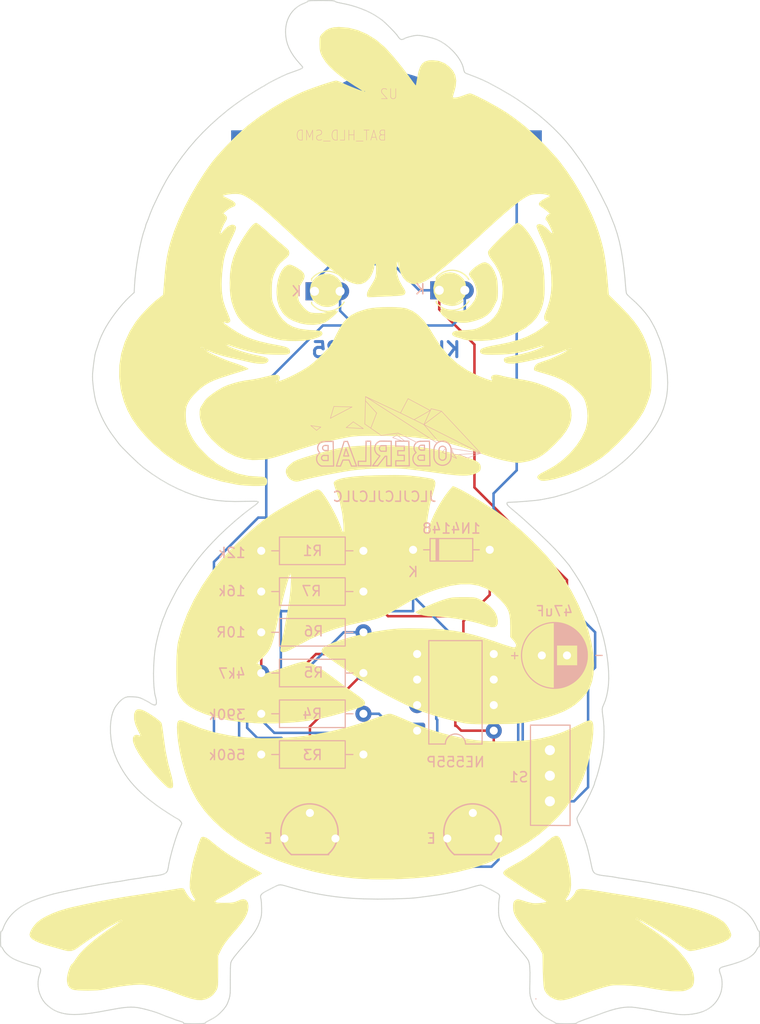
<source format=kicad_pcb>
(kicad_pcb (version 20241229) (generator "pcbnew") (generator_version "9.0")
  (layers (0 "F.Cu" signal) (2 "B.Cu" signal) (13 "F.Paste" user) (15 "B.Paste" user) (5 "F.SilkS" user) (7 "B.SilkS" user) (1 "F.Mask" user) (3 "B.Mask" user) (25 "Edge.Cuts" user))
  (net 0 "")
  (net 1 "Net-(D1-K)")
  (net 2 "Net-(D3-K)")
  (net 3 "Net-(D1-A)")
  (net 4 "Net-(D3-A)")
  (net 5 "Net-(Q1-B)")
  (net 6 "Net-(Q1-C)")
  (net 7 "Net-(Q2-C)")
  (net 8 "Net-(S1-E)")
  (net 9 "Net-(S1-A-Pad1)")
  (footprint "LOGO" (layer "F.Cu") (at 119.4911 93.765)
    (property "Reference" "G***" (hide yes))
    (property "Value" "LOGO" (hide yes))
  )
  (footprint "LOGO" (layer "F.Cu") (at 119.4911 93.765)
    (property "Reference" "G***" (hide yes))
    (property "Value" "LOGO" (hide yes))
  )
  (footprint "LOGO" (layer "F.Cu") (at 118.3311 90.315)
    (property "Reference" "G***" (hide yes))
    (property "Value" "LOGO" (hide yes))
  )
  (footprint "LOGO" (layer "F.Cu") (at 119.4911 93.765)
    (property "Reference" "G***" (hide yes))
    (property "Value" "LOGO" (hide yes))
  )
  (footprint "!Goody:TO-92L_Wide" (layer "F.Cu") (at 113.1 122.9)
    (property "Reference" "T2" (hide yes))
    (property "Value" "Q_NPN_EBC" (hide yes))
  )
  (footprint "LOGO" (layer "F.Cu") (at 119.4911 93.765)
    (property "Reference" "G***" (hide yes))
    (property "Value" "LOGO" (hide yes))
  )
  (footprint "!Goody:ob-logo_B.SilkS" (layer "F.Cu") (at 129.5 99.8)
    (property "Reference" "G***" (hide yes))
    (property "Value" "LOGO" (hide yes))
  )
  (footprint "!Goody:LED_D3.0mm" (layer "F.Cu") (at 116.1 68.5)
    (property "Reference" "D1" (hide yes))
    (property "Value" "LED" (hide yes))
  )
  (footprint "LOGO" (layer "F.Cu") (at 119.4911 93.765)
    (property "Reference" "G***" (hide yes))
    (property "Value" "LOGO" (hide yes))
  )
  (footprint "!Goody:LED_D3.0mm" (layer "F.Cu") (at 128.5 68.4)
    (property "Reference" "D2" (hide yes))
    (property "Value" "LED" (hide yes))
  )
  (footprint "!Goody:TO-92L_Wide" (layer "F.Cu") (at 129.3 122.9)
    (property "Reference" "T1" (hide yes))
    (property "Value" "Q_NPN_EBC" (hide yes))
  )
  (footprint "LOGO" (layer "F.Cu") (at 119.4911 93.765)
    (property "Reference" "G***" (hide yes))
    (property "Value" "LOGO" (hide yes))
  )
  (footprint "Resistor_THT:R_Axial_DIN0207_L6.3mm_D2.5mm_P10.16mm_Horizontal" (layer "B.Cu") (at 110.8 106.45)
    (property "Reference" "R5")
    (property "Value" "4k7")
  )
  (footprint "Resistor_THT:R_Axial_DIN0207_L6.3mm_D2.5mm_P10.16mm_Horizontal" (layer "B.Cu") (at 110.8 94.3)
    (property "Reference" "R1")
    (property "Value" "12k")
  )
  (footprint "Resistor_THT:R_Axial_DIN0207_L6.3mm_D2.5mm_P10.16mm_Horizontal" (layer "B.Cu") (at 110.8 102.4)
    (property "Reference" "R6")
    (property "Value" "10R")
  )
  (footprint "Package_DIP:DIP-8_W7.62mm" (layer "B.Cu") (at 126.3 112.18)
    (property "Reference" "U1" (hide yes))
    (property "Value" "NE555P")
  )
  (footprint "Resistor_THT:R_Axial_DIN0207_L6.3mm_D2.5mm_P10.16mm_Horizontal" (layer "B.Cu") (at 110.8 114.55)
    (property "Reference" "R3")
    (property "Value" "560k")
  )
  (footprint "Resistor_THT:R_Axial_DIN0207_L6.3mm_D2.5mm_P10.16mm_Horizontal" (layer "B.Cu") (at 110.8 110.5)
    (property "Reference" "R4")
    (property "Value" "390k")
  )
  (footprint "Resistor_THT:R_Axial_DIN0207_L6.3mm_D2.5mm_P10.16mm_Horizontal" (layer "B.Cu") (at 110.8 98.35)
    (property "Reference" "R7")
    (property "Value" "16k")
  )
  (footprint "!Goody:C_Radial_D6.3mm_P2.50mm" (layer "B.Cu") (at 138.7 104.7)
    (property "Reference" "C1" (hide yes))
    (property "Value" "47uF")
  )
  (footprint "!Goody:BAT-HLD-SMD-Blech" (layer "B.Cu") (at 123.26 55.532)
    (property "Reference" "U2")
    (property "Value" "BAT_HLD_SMD")
  )
  (footprint "!Goody:1N4147_P7.62mm_Horizontal" (layer "B.Cu") (at 125.9 94.2)
    (property "Reference" "D3" (hide yes))
    (property "Value" "1N4148")
  )
  (footprint "!Goody:Micro_SchalterKHF" (layer "B.Cu") (at 139.5 119.2 90)
    (property "Reference" "S1")
    (property "Value" "Micro_Schalter" (hide yes))
  )
  (gr_line (start 113.8 124.5) (end 117.5 124.5) (stroke (width 0.15)) (layer "B.SilkS"))
  (gr_arc (start 113.8 124.5) (mid 115.562155 119.457718) (end 117.457937 124.451295) (stroke (width 0.15)) (layer "B.SilkS"))
  (gr_line (start 130 124.5) (end 133.7 124.5) (stroke (width 0.15)) (layer "B.SilkS"))
  (gr_arc (start 130 124.5) (mid 131.762155 119.457718) (end 133.657937 124.451295) (stroke (width 0.15)) (layer "B.SilkS"))
  (gr_line (start 122.4049 41.2557) (end 122.8225 41.546) (stroke (width 0.1)) (layer "Edge.Cuts"))
  (gr_line (start 153.6882 140.354) (end 153.2915 140.399) (stroke (width 0.1)) (layer "Edge.Cuts"))
  (gr_line (start 124.4548 43.25) (end 124.5749 43.3886) (stroke (width 0.1)) (layer "Edge.Cuts"))
  (gr_line (start 98.4517 65.6445) (end 98.5837 64.8599) (stroke (width 0.1)) (layer "Edge.Cuts"))
  (gr_line (start 91.7485 140.382) (end 91.3353 140.334) (stroke (width 0.1)) (layer "Edge.Cuts"))
  (gr_line (start 100.3359 109.5675) (end 100.3627 109.4952) (stroke (width 0.1)) (layer "Edge.Cuts"))
  (gr_line (start 105.6208 89.1757) (end 104.8442 88.9992) (stroke (width 0.1)) (layer "Edge.Cuts"))
  (gr_line (start 135.8821 49.1769) (end 136.2748 49.4314) (stroke (width 0.1)) (layer "Edge.Cuts"))
  (gr_line (start 145.0188 103.8025) (end 145.1644 104.6257) (stroke (width 0.1)) (layer "Edge.Cuts"))
  (gr_line (start 150.2161 81.4465) (end 149.9363 81.9082) (stroke (width 0.1)) (layer "Edge.Cuts"))
  (gr_line (start 150.1486 72.6253) (end 150.2634 72.9107) (stroke (width 0.1)) (layer "Edge.Cuts"))
  (gr_line (start 145.2137 60.2062) (end 145.3783 60.594) (stroke (width 0.1)) (layer "Edge.Cuts"))
  (gr_line (start 130.7806 45.9494) (end 130.86 46.1669) (stroke (width 0.1)) (layer "Edge.Cuts"))
  (gr_line (start 97.8557 117.3067) (end 97.5664 116.9426) (stroke (width 0.1)) (layer "Edge.Cuts"))
  (gr_line (start 84.9538 132.131) (end 84.99 132.113) (stroke (width 0.1)) (layer "Edge.Cuts"))
  (gr_line (start 85.1468 133.925) (end 85.0457 133.754) (stroke (width 0.1)) (layer "Edge.Cuts"))
  (gr_line (start 149.5762 82.4237) (end 149.1523 82.9736) (stroke (width 0.1)) (layer "Edge.Cuts"))
  (gr_line (start 139.8509 52.2688) (end 140.4866 52.9102) (stroke (width 0.1)) (layer "Edge.Cuts"))
  (gr_line (start 141.4333 95.761) (end 141.9824 96.5801) (stroke (width 0.1)) (layer "Edge.Cuts"))
  (gr_line (start 91.5288 128.1074) (end 92.5431 127.8966) (stroke (width 0.1)) (layer "Edge.Cuts"))
  (gr_line (start 114.0029 45.0907) (end 113.7577 44.7014) (stroke (width 0.1)) (layer "Edge.Cuts"))
  (gr_line (start 96.2352 109.9259) (end 96.3468 109.7473) (stroke (width 0.1)) (layer "Edge.Cuts"))
  (gr_line (start 137.5085 138.259) (end 137.501 137.826) (stroke (width 0.1)) (layer "Edge.Cuts"))
  (gr_line (start 115.5065 39.62848) (end 115.7355 39.60783) (stroke (width 0.1)) (layer "Edge.Cuts"))
  (gr_line (start 140.362 141.303) (end 140.144 141.286) (stroke (width 0.1)) (layer "Edge.Cuts"))
  (gr_line (start 138.9199 140.595) (end 138.6887 140.406) (stroke (width 0.1)) (layer "Edge.Cuts"))
  (gr_line (start 106.4222 89.2984) (end 105.6208 89.1757) (stroke (width 0.1)) (layer "Edge.Cuts"))
  (gr_line (start 103.599 54.267) (end 104.2848 53.4674) (stroke (width 0.1)) (layer "Edge.Cuts"))
  (gr_line (start 84.9351 133.674) (end 84.9174 133.647) (stroke (width 0.1)) (layer "Edge.Cuts"))
  (gr_line (start 144.5133 87.0871) (end 144.033 87.351) (stroke (width 0.1)) (layer "Edge.Cuts"))
  (gr_line (start 119.7744 40.08952) (end 120.2739 40.24092) (stroke (width 0.1)) (layer "Edge.Cuts"))
  (gr_line (start 152.6843 127.8982) (end 153.6688 128.1019) (stroke (width 0.1)) (layer "Edge.Cuts"))
  (gr_line (start 144.033 87.351) (end 143.6297 87.5677) (stroke (width 0.1)) (layer "Edge.Cuts"))
  (gr_line (start 142.1985 120.8815) (end 142.1923 120.9538) (stroke (width 0.1)) (layer "Edge.Cuts"))
  (gr_line (start 149.8462 71.98) (end 150.0594 72.4023) (stroke (width 0.1)) (layer "Edge.Cuts"))
  (gr_line (start 134.4393 128.4716) (end 134.3457 128.3928) (stroke (width 0.1)) (layer "Edge.Cuts"))
  (gr_line (start 144.7528 109.8107) (end 144.7226 109.9234) (stroke (width 0.1)) (layer "Edge.Cuts"))
  (gr_line (start 88.9316 138.699) (end 88.7737 138.326) (stroke (width 0.1)) (layer "Edge.Cuts"))
  (gr_line (start 114.8253 46.0856) (end 114.6397 45.8798) (stroke (width 0.1)) (layer "Edge.Cuts"))
  (gr_line (start 94.1181 78.1844) (end 94.0373 77.3676) (stroke (width 0.1)) (layer "Edge.Cuts"))
  (gr_line (start 116.4517 128.4161) (end 115.578 128.2369) (stroke (width 0.1)) (layer "Edge.Cuts"))
  (gr_line (start 154.7608 140.082) (end 154.4324 140.195) (stroke (width 0.1)) (layer "Edge.Cuts"))
  (gr_line (start 113.9848 40.592) (end 114.1393 40.4371) (stroke (width 0.1)) (layer "Edge.Cuts"))
  (gr_line (start 149.8625 127.3835) (end 150.3971 127.4745) (stroke (width 0.1)) (layer "Edge.Cuts"))
  (gr_line (start 102.3 56) (end 102.9405 55.1077) (stroke (width 0.1)) (layer "Edge.Cuts"))
  (gr_line (start 94.2534 79.0056) (end 94.1181 78.1844) (stroke (width 0.1)) (layer "Edge.Cuts"))
  (gr_line (start 98.5945 108.8735) (end 98.7954 108.9347) (stroke (width 0.1)) (layer "Edge.Cuts"))
  (gr_line (start 143.9774 117.2646) (end 143.9436 117.395) (stroke (width 0.1)) (layer "Edge.Cuts"))
  (gr_line (start 96.7937 83.8275) (end 96.629 83.6335) (stroke (width 0.1)) (layer "Edge.Cuts"))
  (gr_line (start 110.8194 129.2762) (end 110.8392 129.8423) (stroke (width 0.1)) (layer "Edge.Cuts"))
  (gr_line (start 115.3445 39.7445) (end 115.4167 39.69506) (stroke (width 0.1)) (layer "Edge.Cuts"))
  (gr_line (start 158.8391 130.0665) (end 159.0461 130.2496) (stroke (width 0.1)) (layer "Edge.Cuts"))
  (gr_line (start 107.2697 89.3715) (end 106.4222 89.2984) (stroke (width 0.1)) (layer "Edge.Cuts"))
  (gr_line (start 106.0062 93.4071) (end 106.5625 92.8392) (stroke (width 0.1)) (layer "Edge.Cuts"))
  (gr_line (start 97.0614 109.0013) (end 97.202 108.9192) (stroke (width 0.1)) (layer "Edge.Cuts"))
  (gr_line (start 124.7762 43.4705) (end 124.9133 43.4455) (stroke (width 0.1)) (layer "Edge.Cuts"))
  (gr_line (start 86.4059 130.0559) (end 86.6469 129.8677) (stroke (width 0.1)) (layer "Edge.Cuts"))
  (gr_line (start 100.3257 140.179) (end 99.8386 140.028) (stroke (width 0.1)) (layer "Edge.Cuts"))
  (gr_line (start 149.9363 81.9082) (end 149.5762 82.4237) (stroke (width 0.1)) (layer "Edge.Cuts"))
  (gr_line (start 145.4546 140.008) (end 144.8929 140.196) (stroke (width 0.1)) (layer "Edge.Cuts"))
  (gr_line (start 140.1315 88.9005) (end 139.9095 88.9603) (stroke (width 0.1)) (layer "Edge.Cuts"))
  (gr_line (start 100.7424 126.5352) (end 101.0061 126.4709) (stroke (width 0.1)) (layer "Edge.Cuts"))
  (gr_line (start 107.7125 138.258) (end 107.6754 138.576) (stroke (width 0.1)) (layer "Edge.Cuts"))
  (gr_line (start 87.0672 135.231) (end 86.5607 135.042) (stroke (width 0.1)) (layer "Edge.Cuts"))
  (gr_line (start 102.6704 121.9057) (end 102.8375 121.5563) (stroke (width 0.1)) (layer "Edge.Cuts"))
  (gr_line (start 110.4677 89.4041) (end 110.3487 89.383) (stroke (width 0.1)) (layer "Edge.Cuts"))
  (gr_line (start 102.7383 121.1468) (end 102.6152 121.0259) (stroke (width 0.1)) (layer "Edge.Cuts"))
  (gr_line (start 142.6614 55.6588) (end 143.0366 56.2385) (stroke (width 0.1)) (layer "Edge.Cuts"))
  (gr_line (start 106.2855 140.606) (end 106.0458 140.758) (stroke (width 0.1)) (layer "Edge.Cuts"))
  (gr_line (start 134.4035 130.2695) (end 134.3978 129.8752) (stroke (width 0.1)) (layer "Edge.Cuts"))
  (gr_line (start 142.094 54.8655) (end 142.3923 55.2802) (stroke (width 0.1)) (layer "Edge.Cuts"))
  (gr_line (start 143.5681 57.0946) (end 144.0565 57.947) (stroke (width 0.1)) (layer "Edge.Cuts"))
  (gr_line (start 147.0708 68.4631) (end 147.1 68.6442) (stroke (width 0.1)) (layer "Edge.Cuts"))
  (gr_line (start 156.4327 135.792) (end 156.3764 135.872) (stroke (width 0.1)) (layer "Edge.Cuts"))
  (gr_line (start 94.7808 73.2305) (end 94.9324 72.8804) (stroke (width 0.1)) (layer "Edge.Cuts"))
  (gr_line (start 96.3929 114.9322) (end 96.2724 114.6514) (stroke (width 0.1)) (layer "Edge.Cuts"))
  (gr_line (start 100.0769 109.6095) (end 100.2214 109.6273) (stroke (width 0.1)) (layer "Edge.Cuts"))
  (gr_line (start 145.1644 104.6257) (end 145.2713 105.4437) (stroke (width 0.1)) (layer "Edge.Cuts"))
  (gr_line (start 159.2401 130.447) (end 159.4221 130.658) (stroke (width 0.1)) (layer "Edge.Cuts"))
  (gr_line (start 144.8682 111.7343) (end 144.8854 112.2604) (stroke (width 0.1)) (layer "Edge.Cuts"))
  (gr_line (start 95.4964 139.986) (end 94.6889 140.135) (stroke (width 0.1)) (layer "Edge.Cuts"))
  (gr_line (start 113.2249 42.4526) (end 113.2492 42.2106) (stroke (width 0.1)) (layer "Edge.Cuts"))
  (gr_line (start 97.1082 139.715) (end 96.652 139.778) (stroke (width 0.1)) (layer "Edge.Cuts"))
  (gr_line (start 100.3308 103.6172) (end 100.5074 102.8399) (stroke (width 0.1)) (layer "Edge.Cuts"))
  (gr_line (start 139.4902 93.5955) (end 140.0002 94.1157) (stroke (width 0.1)) (layer "Edge.Cuts"))
  (gr_line (start 113.5598 44.3121) (end 113.4079 43.9201) (stroke (width 0.1)) (layer "Edge.Cuts"))
  (gr_line (start 95.8036 82.5106) (end 95.5606 82.1383) (stroke (width 0.1)) (layer "Edge.Cuts"))
  (gr_line (start 156.061 139.084) (end 155.8977 139.288) (stroke (width 0.1)) (layer "Edge.Cuts"))
  (gr_line (start 118.764 39.86204) (end 119.2685 39.96224) (stroke (width 0.1)) (layer "Edge.Cuts"))
  (gr_line (start 143.9436 117.395) (end 143.9099 117.5299) (stroke (width 0.1)) (layer "Edge.Cuts"))
  (gr_line (start 112.683 127.5067) (end 112.5293 127.5261) (stroke (width 0.1)) (layer "Edge.Cuts"))
  (gr_line (start 117.3327 128.5676) (end 116.4517 128.4161) (stroke (width 0.1)) (layer "Edge.Cuts"))
  (gr_line (start 94.4237 79.6833) (end 94.3354 79.3716) (stroke (width 0.1)) (layer "Edge.Cuts"))
  (gr_line (start 114.8414 46.3352) (end 114.9076 46.2714) (stroke (width 0.1)) (layer "Edge.Cuts"))
  (gr_line (start 94.9324 72.8804) (end 95.134 72.4651) (stroke (width 0.1)) (layer "Edge.Cuts"))
  (gr_line (start 156.5935 136.905) (end 156.6181 137.148) (stroke (width 0.1)) (layer "Edge.Cuts"))
  (gr_line (start 149.1523 82.9736) (end 148.6813 83.5387) (stroke (width 0.1)) (layer "Edge.Cuts"))
  (gr_line (start 159.4621 134.628) (end 159.1191 134.835) (stroke (width 0.1)) (layer "Edge.Cuts"))
  (gr_line (start 106.5625 92.8392) (end 107.3429 92.0941) (stroke (width 0.1)) (layer "Edge.Cuts"))
  (gr_line (start 150.3877 73.1997) (end 150.511 73.5371) (stroke (width 0.1)) (layer "Edge.Cuts"))
  (gr_line (start 101.0061 126.4709) (end 101.2044 126.3926) (stroke (width 0.1)) (layer "Edge.Cuts"))
  (gr_line (start 107.6754 138.576) (end 107.6062 138.843) (stroke (width 0.1)) (layer "Edge.Cuts"))
  (gr_line (start 84.9966 133.701) (end 84.9567 133.682) (stroke (width 0.1)) (layer "Edge.Cuts"))
  (gr_line (start 134.5006 128.6351) (end 134.4827 128.5526) (stroke (width 0.1)) (layer "Edge.Cuts"))
  (gr_line (start 137.1395 89.375) (end 136.2111 89.4427) (stroke (width 0.1)) (layer "Edge.Cuts"))
  (gr_line (start 97.5243 108.8158) (end 97.7366 108.8062) (stroke (width 0.1)) (layer "Edge.Cuts"))
  (gr_line (start 135.2326 89.6131) (end 135.2571 89.6993) (stroke (width 0.1)) (layer "Edge.Cuts"))
  (gr_line (start 112.3706 127.5824) (end 111.9194 127.8065) (stroke (width 0.1)) (layer "Edge.Cuts"))
  (gr_line (start 94.5068 74.038) (end 94.649 73.5912) (stroke (width 0.1)) (layer "Edge.Cuts"))
  (gr_line (start 94.6222 127.498) (end 95.6214 127.3272) (stroke (width 0.1)) (layer "Edge.Cuts"))
  (gr_line (start 98.5005 118.0122) (end 98.1667 117.6628) (stroke (width 0.1)) (layer "Edge.Cuts"))
  (gr_line (start 97.0628 84.1137) (end 96.7937 83.8275) (stroke (width 0.1)) (layer "Edge.Cuts"))
  (gr_line (start 85.3299 131.385) (end 85.4659 131.139) (stroke (width 0.1)) (layer "Edge.Cuts"))
  (gr_line (start 142.2297 120.7907) (end 142.1985 120.8815) (stroke (width 0.1)) (layer "Edge.Cuts"))
  (gr_line (start 97.7875 84.8395) (end 97.0628 84.1137) (stroke (width 0.1)) (layer "Edge.Cuts"))
  (gr_line (start 108.1849 89.3989) (end 107.2697 89.3715) (stroke (width 0.1)) (layer "Edge.Cuts"))
  (gr_line (start 132.8088 47.4888) (end 133.3218 47.7286) (stroke (width 0.1)) (layer "Edge.Cuts"))
  (gr_line (start 155.7158 139.475) (end 155.5141 139.647) (stroke (width 0.1)) (layer "Edge.Cuts"))
  (gr_line (start 97.3629 108.8514) (end 97.5243 108.8158) (stroke (width 0.1)) (layer "Edge.Cuts"))
  (gr_line (start 97.5042 139.677) (end 97.1082 139.715) (stroke (width 0.1)) (layer "Edge.Cuts"))
  (gr_line (start 157.3083 129.1483) (end 157.6604 129.3121) (stroke (width 0.1)) (layer "Edge.Cuts"))
  (gr_line (start 88.5637 135.671) (end 88.3848 135.619) (stroke (width 0.1)) (layer "Edge.Cuts"))
  (gr_line (start 107.7512 135.437) (end 107.7338 135.802) (stroke (width 0.1)) (layer "Edge.Cuts"))
  (gr_line (start 113.399 46.888) (end 114.2801 46.5742) (stroke (width 0.1)) (layer "Edge.Cuts"))
  (gr_line (start 149.0448 139.857) (end 148.0306 139.706) (stroke (width 0.1)) (layer "Edge.Cuts"))
  (gr_line (start 141.6141 54.2143) (end 142.094 54.8655) (stroke (width 0.1)) (layer "Edge.Cuts"))
  (gr_line (start 143.1616 123.5897) (end 143.2976 124.0692) (stroke (width 0.1)) (layer "Edge.Cuts"))
  (gr_line (start 104.1481 95.5784) (end 104.5819 95.0204) (stroke (width 0.1)) (layer "Edge.Cuts"))
  (gr_line (start 84.9567 133.682) (end 84.9351 133.674) (stroke (width 0.1)) (layer "Edge.Cuts"))
  (gr_line (start 150.2634 72.9107) (end 150.3877 73.1997) (stroke (width 0.1)) (layer "Edge.Cuts"))
  (gr_line (start 96.0514 110.3389) (end 96.1454 110.1017) (stroke (width 0.1)) (layer "Edge.Cuts"))
  (gr_line (start 137.5142 137.121) (end 137.5227 136.247) (stroke (width 0.1)) (layer "Edge.Cuts"))
  (gr_line (start 144.6259 102.2346) (end 144.8381 102.9976) (stroke (width 0.1)) (layer "Edge.Cuts"))
  (gr_line (start 109.3002 133.26) (end 108.5489 134.137) (stroke (width 0.1)) (layer "Edge.Cuts"))
  (gr_line (start 110.4905 89.4705) (end 110.4917 89.4324) (stroke (width 0.1)) (layer "Edge.Cuts"))
  (gr_line (start 135.2571 89.6993) (end 135.3367 89.808) (stroke (width 0.1)) (layer "Edge.Cuts"))
  (gr_line (start 97.7201 69.0364) (end 98.1667 68.6188) (stroke (width 0.1)) (layer "Edge.Cuts"))
  (gr_line (start 94.6889 140.135) (end 93.9631 140.251) (stroke (width 0.1)) (layer "Edge.Cuts"))
  (gr_line (start 159.7321 134.407) (end 159.4621 134.628) (stroke (width 0.1)) (layer "Edge.Cuts"))
  (gr_line (start 147.2695 139.659) (end 146.8645 139.689) (stroke (width 0.1)) (layer "Edge.Cuts"))
  (gr_line (start 110.3503 131.842) (end 110.207 132.088) (stroke (width 0.1)) (layer "Edge.Cuts"))
  (gr_line (start 135.5757 89.4712) (end 135.3865 89.4747) (stroke (width 0.1)) (layer "Edge.Cuts"))
  (gr_line (start 143.1212 119.2365) (end 142.7602 119.8874) (stroke (width 0.1)) (layer "Edge.Cuts"))
  (gr_line (start 138.1244 139.834) (end 137.9167 139.54) (stroke (width 0.1)) (layer "Edge.Cuts"))
  (gr_line (start 143.4413 124.6864) (end 143.6479 125.6574) (stroke (width 0.1)) (layer "Edge.Cuts"))
  (gr_line (start 120.9731 128.9027) (end 120.0411 128.8589) (stroke (width 0.1)) (layer "Edge.Cuts"))
  (gr_line (start 105.0074 52.6987) (end 105.776 51.9503) (stroke (width 0.1)) (layer "Edge.Cuts"))
  (gr_line (start 113.8432 127.7937) (end 113.0946 127.5776) (stroke (width 0.1)) (layer "Edge.Cuts"))
  (gr_line (start 114.8812 39.94543) (end 115.0961 39.85703) (stroke (width 0.1)) (layer "Edge.Cuts"))
  (gr_line (start 135.0223 132.089) (end 134.8786 131.842) (stroke (width 0.1)) (layer "Edge.Cuts"))
  (gr_line (start 127.2964 43.1956) (end 127.8456 43.3332) (stroke (width 0.1)) (layer "Edge.Cuts"))
  (gr_line (start 142.2857 121.3238) (end 142.3555 121.4809) (stroke (width 0.1)) (layer "Edge.Cuts"))
  (gr_line (start 133.5939 127.9607) (end 133.0069 127.6702) (stroke (width 0.1)) (layer "Edge.Cuts"))
  (gr_line (start 113.6014 41.125) (end 113.7155 40.9364) (stroke (width 0.1)) (layer "Edge.Cuts"))
  (gr_line (start 99.2846 62.0996) (end 99.3144 61.9663) (stroke (width 0.1)) (layer "Edge.Cuts"))
  (gr_line (start 98.1667 68.6188) (end 98.2055 67.873) (stroke (width 0.1)) (layer "Edge.Cuts"))
  (gr_line (start 88.7464 136.462) (end 88.8156 136.258) (stroke (width 0.1)) (layer "Edge.Cuts"))
  (gr_line (start 114.7092 128.0295) (end 113.8432 127.7937) (stroke (width 0.1)) (layer "Edge.Cuts"))
  (gr_line (start 140.0655 141.264) (end 140.0237 141.221) (stroke (width 0.1)) (layer "Edge.Cuts"))
  (gr_line (start 110.733 128.6496) (end 110.7407 128.7789) (stroke (width 0.1)) (layer "Edge.Cuts"))
  (gr_line (start 137.9167 139.54) (end 137.7533 139.212) (stroke (width 0.1)) (layer "Edge.Cuts"))
  (gr_line (start 95.6214 127.3272) (end 96.4099 127.208) (stroke (width 0.1)) (layer "Edge.Cuts"))
  (gr_line (start 126.3211 43.0528) (end 126.5107 43.0635) (stroke (width 0.1)) (layer "Edge.Cuts"))
  (gr_line (start 94.0373 77.3676) (end 94.0234 77.0071) (stroke (width 0.1)) (layer "Edge.Cuts"))
  (gr_line (start 149.001 70.6546) (end 149.3755 71.1583) (stroke (width 0.1)) (layer "Edge.Cuts"))
  (gr_line (start 100.6573 140.304) (end 100.3257 140.179) (stroke (width 0.1)) (layer "Edge.Cuts"))
  (gr_line (start 101.9231 124.1507) (end 102.1026 123.5259) (stroke (width 0.1)) (layer "Edge.Cuts"))
  (gr_line (start 108.5489 134.137) (end 108.1074 134.679) (stroke (width 0.1)) (layer "Edge.Cuts"))
  (gr_line (start 149.6108 127.3275) (end 149.8625 127.3835) (stroke (width 0.1)) (layer "Edge.Cuts"))
  (gr_line (start 93.9631 140.251) (end 93.3125 140.333) (stroke (width 0.1)) (layer "Edge.Cuts"))
  (gr_line (start 156.4852 136.469) (end 156.5493 136.676) (stroke (width 0.1)) (layer "Edge.Cuts"))
  (gr_line (start 143.0366 56.2385) (end 143.5681 57.0946) (stroke (width 0.1)) (layer "Edge.Cuts"))
  (gr_line (start 97.202 108.9192) (end 97.3629 108.8514) (stroke (width 0.1)) (layer "Edge.Cuts"))
  (gr_line (start 115.7355 39.60783) (end 116.7452 39.59233) (stroke (width 0.1)) (layer "Edge.Cuts"))
  (gr_line (start 136.9677 49.9094) (end 137.7276 50.4568) (stroke (width 0.1)) (layer "Edge.Cuts"))
  (gr_line (start 160.0881 133.906) (end 159.9381 134.168) (stroke (width 0.1)) (layer "Edge.Cuts"))
  (gr_line (start 134.6473 131.336) (end 134.5475 131.057) (stroke (width 0.1)) (layer "Edge.Cuts"))
  (gr_line (start 107.8192 135.134) (end 107.7755 135.252) (stroke (width 0.1)) (layer "Edge.Cuts"))
  (gr_line (start 144.8293 111.225) (end 144.8682 111.7343) (stroke (width 0.1)) (layer "Edge.Cuts"))
  (gr_line (start 145.3357 106.2329) (end 145.3542 106.9697) (stroke (width 0.1)) (layer "Edge.Cuts"))
  (gr_line (start 151.5446 127.67) (end 152.6843 127.8982) (stroke (width 0.1)) (layer "Edge.Cuts"))
  (gr_line (start 88.8698 135.967) (end 88.8492 135.866) (stroke (width 0.1)) (layer "Edge.Cuts"))
  (gr_line (start 104.2848 53.4674) (end 105.0074 52.6987) (stroke (width 0.1)) (layer "Edge.Cuts"))
  (gr_line (start 128.5958 128.465) (end 127.6849 128.5982) (stroke (width 0.1)) (layer "Edge.Cuts"))
  (gr_line (start 113.7155 40.9364) (end 113.8434 40.7586) (stroke (width 0.1)) (layer "Edge.Cuts"))
  (gr_line (start 121.2229 40.6042) (end 121.6569 40.8101) (stroke (width 0.1)) (layer "Edge.Cuts"))
  (gr_line (start 156.5199 128.8424) (end 157.0398 129.0276) (stroke (width 0.1)) (layer "Edge.Cuts"))
  (gr_line (start 151.1823 76.8481) (end 151.2127 77.5746) (stroke (width 0.1)) (layer "Edge.Cuts"))
  (gr_line (start 102.2933 122.9223) (end 102.4858 122.3716) (stroke (width 0.1)) (layer "Edge.Cuts"))
  (gr_line (start 142.1923 120.9538) (end 142.2242 121.1135) (stroke (width 0.1)) (layer "Edge.Cuts"))
  (gr_line (start 124.0258 42.7144) (end 124.2874 43.0142) (stroke (width 0.1)) (layer "Edge.Cuts"))
  (gr_line (start 108.2215 91.3131) (end 109.0849 90.5939) (stroke (width 0.1)) (layer "Edge.Cuts"))
  (gr_line (start 84.8927 132.295) (end 84.9166 132.168) (stroke (width 0.1)) (layer "Edge.Cuts"))
  (gr_line (start 96.0718 114.0495) (end 95.992 113.7333) (stroke (width 0.1)) (layer "Edge.Cuts"))
  (gr_line (start 103.0737 141.236) (end 103.0462 141.194) (stroke (width 0.1)) (layer "Edge.Cuts"))
  (gr_line (start 144.7136 110.3273) (end 144.7686 110.7414) (stroke (width 0.1)) (layer "Edge.Cuts"))
  (gr_line (start 84.8928 133.523) (end 84.8763 132.907) (stroke (width 0.1)) (layer "Edge.Cuts"))
  (gr_line (start 142.3103 88.1758) (end 141.4263 88.5103) (stroke (width 0.1)) (layer "Edge.Cuts"))
  (gr_line (start 84.8763 132.907) (end 84.8927 132.295) (stroke (width 0.1)) (layer "Edge.Cuts"))
  (gr_line (start 88.6393 136.899) (end 88.6833 136.673) (stroke (width 0.1)) (layer "Edge.Cuts"))
  (gr_line (start 150.0594 72.4023) (end 150.1486 72.6253) (stroke (width 0.1)) (layer "Edge.Cuts"))
  (gr_line (start 160.0231 131.636) (end 160.1401 131.911) (stroke (width 0.1)) (layer "Edge.Cuts"))
  (gr_line (start 142.7602 119.8874) (end 142.3983 120.4826) (stroke (width 0.1)) (layer "Edge.Cuts"))
  (gr_line (start 98.1786 139.675) (end 97.8558 139.665) (stroke (width 0.1)) (layer "Edge.Cuts"))
  (gr_line (start 118.1016 39.65476) (end 118.1324 39.67886) (stroke (width 0.1)) (layer "Edge.Cuts"))
  (gr_line (start 99.6817 119.0606) (end 99.2409 118.6959) (stroke (width 0.1)) (layer "Edge.Cuts"))
  (gr_line (start 144.8579 109.5642) (end 144.7528 109.8107) (stroke (width 0.1)) (layer "Edge.Cuts"))
  (gr_line (start 113.2375 43.1176) (end 113.2167 42.7018) (stroke (width 0.1)) (layer "Edge.Cuts"))
  (gr_line (start 105.2229 141.245) (end 105.2101 141.264) (stroke (width 0.1)) (layer "Edge.Cuts"))
  (gr_line (start 120.0411 128.8589) (end 119.1252 128.7887) (stroke (width 0.1)) (layer "Edge.Cuts"))
  (gr_line (start 101.5479 125.8348) (end 101.6361 125.3369) (stroke (width 0.1)) (layer "Edge.Cuts"))
  (gr_line (start 159.9381 134.168) (end 159.7321 134.407) (stroke (width 0.1)) (layer "Edge.Cuts"))
  (gr_line (start 96.652 139.778) (end 95.4964 139.986) (stroke (width 0.1)) (layer "Edge.Cuts"))
  (gr_line (start 88.6216 137.626) (end 88.6086 137.381) (stroke (width 0.1)) (layer "Edge.Cuts"))
  (gr_line (start 150.9744 79.5701) (end 150.781 80.1988) (stroke (width 0.1)) (layer "Edge.Cuts"))
  (gr_line (start 90.9654 140.255) (end 90.5753 140.131) (stroke (width 0.1)) (layer "Edge.Cuts"))
  (gr_line (start 99.5516 61.3534) (end 99.7627 60.773) (stroke (width 0.1)) (layer "Edge.Cuts"))
  (gr_line (start 97.3661 69.3874) (end 97.7201 69.0364) (stroke (width 0.1)) (layer "Edge.Cuts"))
  (gr_line (start 102.9668 141.147) (end 102.671 141.045) (stroke (width 0.1)) (layer "Edge.Cuts"))
  (gr_line (start 147.1516 85.1331) (end 146.6582 85.5667) (stroke (width 0.1)) (layer "Edge.Cuts"))
  (gr_line (start 99.0167 109.0329) (end 99.5216 109.2927) (stroke (width 0.1)) (layer "Edge.Cuts"))
  (gr_line (start 132.0705 127.6462) (end 131.0478 127.9421) (stroke (width 0.1)) (layer "Edge.Cuts"))
  (gr_line (start 127.6849 128.5982) (end 126.2533 128.7869) (stroke (width 0.1)) (layer "Edge.Cuts"))
  (gr_line (start 111.1175 48.0646) (end 111.2431 47.981) (stroke (width 0.1)) (layer "Edge.Cuts"))
  (gr_line (start 134.3978 129.8752) (end 134.4171 129.2788) (stroke (width 0.1)) (layer "Edge.Cuts"))
  (gr_line (start 89.3329 139.288) (end 89.1134 139.013) (stroke (width 0.1)) (layer "Edge.Cuts"))
  (gr_line (start 139.9095 88.9603) (end 139.4577 89.0536) (stroke (width 0.1)) (layer "Edge.Cuts"))
  (gr_line (start 94.2636 74.849) (end 94.3283 74.5631) (stroke (width 0.1)) (layer "Edge.Cuts"))
  (gr_line (start 114.2801 46.5742) (end 114.6252 46.4469) (stroke (width 0.1)) (layer "Edge.Cuts"))
  (gr_line (start 144.8559 113.3272) (end 144.8097 113.8498) (stroke (width 0.1)) (layer "Edge.Cuts"))
  (gr_line (start 144.8812 112.7944) (end 144.8559 113.3272) (stroke (width 0.1)) (layer "Edge.Cuts"))
  (gr_line (start 101.3699 100.2494) (end 101.4658 100.0318) (stroke (width 0.1)) (layer "Edge.Cuts"))
  (gr_line (start 102.8476 121.2828) (end 102.7383 121.1468) (stroke (width 0.1)) (layer "Edge.Cuts"))
  (gr_line (start 153.6688 128.1019) (end 154.7504 128.3317) (stroke (width 0.1)) (layer "Edge.Cuts"))
  (gr_line (start 142.2171 141.194) (end 142.1543 141.245) (stroke (width 0.1)) (layer "Edge.Cuts"))
  (gr_line (start 113.345 41.7498) (end 113.4158 41.5322) (stroke (width 0.1)) (layer "Edge.Cuts"))
  (gr_line (start 113.7577 44.7014) (end 113.5598 44.3121) (stroke (width 0.1)) (layer "Edge.Cuts"))
  (gr_line (start 147.6643 84.6377) (end 147.1516 85.1331) (stroke (width 0.1)) (layer "Edge.Cuts"))
  (gr_line (start 148.5566 70.1417) (end 149.001 70.6546) (stroke (width 0.1)) (layer "Edge.Cuts"))
  (gr_line (start 145.3783 60.594) (end 145.6414 61.2503) (stroke (width 0.1)) (layer "Edge.Cuts"))
  (gr_line (start 146.7776 126.8809) (end 147.7621 127.0333) (stroke (width 0.1)) (layer "Edge.Cuts"))
  (gr_line (start 147.0244 67.9625) (end 147.0708 68.4631) (stroke (width 0.1)) (layer "Edge.Cuts"))
  (gr_line (start 110.8158 130.528) (end 110.7666 130.777) (stroke (width 0.1)) (layer "Edge.Cuts"))
  (gr_line (start 127.8456 43.3332) (end 128.2704 43.4789) (stroke (width 0.1)) (layer "Edge.Cuts"))
  (gr_line (start 158.1796 135.227) (end 157.5652 135.421) (stroke (width 0.1)) (layer "Edge.Cuts"))
  (gr_line (start 92.5431 127.8966) (end 93.5502 127.696) (stroke (width 0.1)) (layer "Edge.Cuts"))
  (gr_line (start 149.591 71.5136) (end 149.8462 71.98) (stroke (width 0.1)) (layer "Edge.Cuts"))
  (gr_line (start 96.9137 109.1129) (end 97.0614 109.0013) (stroke (width 0.1)) (layer "Edge.Cuts"))
  (gr_line (start 101.4658 100.0318) (end 101.91 99.1368) (stroke (width 0.1)) (layer "Edge.Cuts"))
  (gr_line (start 101.5092 126.0214) (end 101.5479 125.8348) (stroke (width 0.1)) (layer "Edge.Cuts"))
  (gr_line (start 110.1854 89.767) (end 110.4028 89.5853) (stroke (width 0.1)) (layer "Edge.Cuts"))
  (gr_line (start 98.4884 139.709) (end 98.1786 139.675) (stroke (width 0.1)) (layer "Edge.Cuts"))
  (gr_line (start 150.5287 80.8218) (end 150.2161 81.4465) (stroke (width 0.1)) (layer "Edge.Cuts"))
  (gr_line (start 154.7504 128.3317) (end 155.4885 128.5203) (stroke (width 0.1)) (layer "Edge.Cuts"))
  (gr_line (start 103.0841 141.259) (end 103.074 141.236) (stroke (width 0.1)) (layer "Edge.Cuts"))
  (gr_line (start 145.4983 86.4534) (end 144.9518 86.8247) (stroke (width 0.1)) (layer "Edge.Cuts"))
  (gr_line (start 85.8372 134.663) (end 85.5446 134.422) (stroke (width 0.1)) (layer "Edge.Cuts"))
  (gr_line (start 100.3635 109.1382) (end 100.303 108.8727) (stroke (width 0.1)) (layer "Edge.Cuts"))
  (gr_line (start 144.9518 86.8247) (end 144.5133 87.0871) (stroke (width 0.1)) (layer "Edge.Cuts"))
  (gr_line (start 147.7621 127.0333) (end 148.885 127.208) (stroke (width 0.1)) (layer "Edge.Cuts"))
  (gr_line (start 142.39 141.112) (end 142.2171 141.194) (stroke (width 0.1)) (layer "Edge.Cuts"))
  (gr_line (start 125.6016 43.1765) (end 126.0025 43.0888) (stroke (width 0.1)) (layer "Edge.Cuts"))
  (gr_line (start 88.7932 135.788) (end 88.6989 135.725) (stroke (width 0.1)) (layer "Edge.Cuts"))
  (gr_line (start 88.8156 136.258) (end 88.8577 136.095) (stroke (width 0.1)) (layer "Edge.Cuts"))
  (gr_line (start 100.983 58.1689) (end 101.3545 57.4837) (stroke (width 0.1)) (layer "Edge.Cuts"))
  (gr_line (start 120.7594 40.4135) (end 121.2229 40.6042) (stroke (width 0.1)) (layer "Edge.Cuts"))
  (gr_line (start 85.1087 131.907) (end 85.2108 131.641) (stroke (width 0.1)) (layer "Edge.Cuts"))
  (gr_line (start 145.3542 106.9697) (end 145.323 107.6304) (stroke (width 0.1)) (layer "Edge.Cuts"))
  (gr_line (start 131.2179 46.8565) (end 132.3635 47.2951) (stroke (width 0.1)) (layer "Edge.Cuts"))
  (gr_line (start 155.8977 139.288) (end 155.7158 139.475) (stroke (width 0.1)) (layer "Edge.Cuts"))
  (gr_line (start 110.8517 128.423) (end 110.7665 128.5344) (stroke (width 0.1)) (layer "Edge.Cuts"))
  (gr_line (start 84.9166 132.168) (end 84.9334 132.14) (stroke (width 0.1)) (layer "Edge.Cuts"))
  (gr_line (start 100.2439 59.6692) (end 100.5981 58.9256) (stroke (width 0.1)) (layer "Edge.Cuts"))
  (gr_line (start 103.0462 141.194) (end 102.9668 141.147) (stroke (width 0.1)) (layer "Edge.Cuts"))
  (gr_line (start 88.3848 135.619) (end 87.6716 135.422) (stroke (width 0.1)) (layer "Edge.Cuts"))
  (gr_line (start 89.9271 139.793) (end 89.6039 139.543) (stroke (width 0.1)) (layer "Edge.Cuts"))
  (gr_line (start 149.561 139.943) (end 149.0448 139.857) (stroke (width 0.1)) (layer "Edge.Cuts"))
  (gr_line (start 95.6342 71.5993) (end 95.9443 71.1374) (stroke (width 0.1)) (layer "Edge.Cuts"))
  (gr_line (start 115.4536 39.64239) (end 115.5065 39.62848) (stroke (width 0.1)) (layer "Edge.Cuts"))
  (gr_line (start 144.0853 100.6657) (end 144.1959 100.9432) (stroke (width 0.1)) (layer "Edge.Cuts"))
  (gr_line (start 116.7452 39.59233) (end 117.8248 39.60897) (stroke (width 0.1)) (layer "Edge.Cuts"))
  (gr_line (start 148.885 127.208) (end 149.3768 127.2795) (stroke (width 0.1)) (layer "Edge.Cuts"))
  (gr_line (start 99.055 62.7911) (end 99.2193 62.2944) (stroke (width 0.1)) (layer "Edge.Cuts"))
  (gr_line (start 99.9635 86.671) (end 99.0981 86.0414) (stroke (width 0.1)) (layer "Edge.Cuts"))
  (gr_line (start 105.3831 141.114) (end 105.2662 141.195) (stroke (width 0.1)) (layer "Edge.Cuts"))
  (gr_line (start 110.0366 132.342) (end 109.8328 132.616) (stroke (width 0.1)) (layer "Edge.Cuts"))
  (gr_line (start 96.4099 127.208) (end 96.9301 127.1301) (stroke (width 0.1)) (layer "Edge.Cuts"))
  (gr_line (start 138.6887 140.406) (end 138.3941 140.126) (stroke (width 0.1)) (layer "Edge.Cuts"))
  (gr_line (start 156.336 138.62) (end 156.2067 138.861) (stroke (width 0.1)) (layer "Edge.Cuts"))
  (gr_line (start 156.5748 137.902) (end 156.5219 138.139) (stroke (width 0.1)) (layer "Edge.Cuts"))
  (gr_line (start 113.2492 42.2106) (end 113.2894 41.9761) (stroke (width 0.1)) (layer "Edge.Cuts"))
  (gr_line (start 113.4079 43.9201) (end 113.3009 43.5228) (stroke (width 0.1)) (layer "Edge.Cuts"))
  (gr_line (start 90.0943 128.4247) (end 90.6843 128.2856) (stroke (width 0.1)) (layer "Edge.Cuts"))
  (gr_line (start 110.8392 129.8423) (end 110.8368 130.2414) (stroke (width 0.1)) (layer "Edge.Cuts"))
  (gr_line (start 102.4474 88.106) (end 101.623 87.6939) (stroke (width 0.1)) (layer "Edge.Cuts"))
  (gr_line (start 102.1026 123.5259) (end 102.2933 122.9223) (stroke (width 0.1)) (layer "Edge.Cuts"))
  (gr_line (start 158.6951 135.034) (end 158.1796 135.227) (stroke (width 0.1)) (layer "Edge.Cuts"))
  (gr_line (start 152.4966 140.409) (end 152.1175 140.373) (stroke (width 0.1)) (layer "Edge.Cuts"))
  (gr_line (start 110.7666 130.777) (end 110.6795 131.062) (stroke (width 0.1)) (layer "Edge.Cuts"))
  (gr_line (start 101.0468 101.06) (end 101.1321 100.8671) (stroke (width 0.1)) (layer "Edge.Cuts"))
  (gr_line (start 102.9405 55.1077) (end 103.599 54.267) (stroke (width 0.1)) (layer "Edge.Cuts"))
  (gr_line (start 146.8515 66.1762) (end 146.9576 67.1347) (stroke (width 0.1)) (layer "Edge.Cuts"))
  (gr_line (start 86.1413 134.852) (end 85.8372 134.663) (stroke (width 0.1)) (layer "Edge.Cuts"))
  (gr_line (start 156.356 135.974) (end 156.3691 136.104) (stroke (width 0.1)) (layer "Edge.Cuts"))
  (gr_line (start 96.0618 82.8721) (end 95.8036 82.5106) (stroke (width 0.1)) (layer "Edge.Cuts"))
  (gr_line (start 110.7791 128.9326) (end 110.8194 129.2762) (stroke (width 0.1)) (layer "Edge.Cuts"))
  (gr_line (start 95.134 72.4651) (end 95.3609 72.046) (stroke (width 0.1)) (layer "Edge.Cuts"))
  (gr_line (start 110.0831 89.3725) (end 109.1894 89.3847) (stroke (width 0.1)) (layer "Edge.Cuts"))
  (gr_line (start 94.9232 80.958) (end 94.7414 80.5435) (stroke (width 0.1)) (layer "Edge.Cuts"))
  (gr_line (start 129.3125 128.3344) (end 128.5958 128.465) (stroke (width 0.1)) (layer "Edge.Cuts"))
  (gr_line (start 145.9651 139.861) (end 145.4546 140.008) (stroke (width 0.1)) (layer "Edge.Cuts"))
  (gr_line (start 119.1252 128.7887) (end 118.2231 128.6917) (stroke (width 0.1)) (layer "Edge.Cuts"))
  (gr_line (start 135.7001 90.1351) (end 136.2684 90.6111) (stroke (width 0.1)) (layer "Edge.Cuts"))
  (gr_line (start 143.5084 118.4574) (end 143.1212 119.2365) (stroke (width 0.1)) (layer "Edge.Cuts"))
  (gr_line (start 95.9727 110.5962) (end 96.0514 110.3389) (stroke (width 0.1)) (layer "Edge.Cuts"))
  (gr_line (start 147.1 68.6442) (end 147.1288 68.7451) (stroke (width 0.1)) (layer "Edge.Cuts"))
  (gr_line (start 160.2921 133.674) (end 160.2711 133.682) (stroke (width 0.1)) (layer "Edge.Cuts"))
  (gr_line (start 143.6479 125.6574) (end 143.7086 125.9174) (stroke (width 0.1)) (layer "Edge.Cuts"))
  (gr_line (start 105.7668 140.905) (end 105.3831 141.114) (stroke (width 0.1)) (layer "Edge.Cuts"))
  (gr_line (start 145.0154 109.177) (end 144.8579 109.5642) (stroke (width 0.1)) (layer "Edge.Cuts"))
  (gr_line (start 151.189 78.2654) (end 151.1099 78.9281) (stroke (width 0.1)) (layer "Edge.Cuts"))
  (gr_line (start 119.2685 39.96224) (end 119.7744 40.08952) (stroke (width 0.1)) (layer "Edge.Cuts"))
  (gr_line (start 129.0653 43.9295) (end 129.4457 44.2259) (stroke (width 0.1)) (layer "Edge.Cuts"))
  (gr_line (start 128.675 43.6816) (end 129.0653 43.9295) (stroke (width 0.1)) (layer "Edge.Cuts"))
  (gr_line (start 107.7338 135.802) (end 107.724 136.934) (stroke (width 0.1)) (layer "Edge.Cuts"))
  (gr_line (start 133.0069 127.6702) (end 132.7796 127.5724) (stroke (width 0.1)) (layer "Edge.Cuts"))
  (gr_line (start 106.7416 140.219) (end 106.5096 140.431) (stroke (width 0.1)) (layer "Edge.Cuts"))
  (gr_line (start 96.1454 110.1017) (end 96.2352 109.9259) (stroke (width 0.1)) (layer "Edge.Cuts"))
  (gr_line (start 85.3017 134.164) (end 85.2108 134.04) (stroke (width 0.1)) (layer "Edge.Cuts"))
  (gr_line (start 130.6746 45.7227) (end 130.7806 45.9494) (stroke (width 0.1)) (layer "Edge.Cuts"))
  (gr_line (start 126.5107 43.0635) (end 126.7468 43.093) (stroke (width 0.1)) (layer "Edge.Cuts"))
  (gr_line (start 134.1531 128.2706) (end 133.5939 127.9607) (stroke (width 0.1)) (layer "Edge.Cuts"))
  (gr_line (start 135.1929 132.344) (end 135.0223 132.089) (stroke (width 0.1)) (layer "Edge.Cuts"))
  (gr_line (start 88.6833 136.673) (end 88.7464 136.462) (stroke (width 0.1)) (layer "Edge.Cuts"))
  (gr_line (start 84.9174 133.647) (end 84.8928 133.523) (stroke (width 0.1)) (layer "Edge.Cuts"))
  (gr_line (start 150.5897 140.148) (end 150.1216 140.067) (stroke (width 0.1)) (layer "Edge.Cuts"))
  (gr_line (start 88.844 128.802) (end 89.5504 128.5789) (stroke (width 0.1)) (layer "Edge.Cuts"))
  (gr_line (start 131.0146 46.709) (end 131.0976 46.7966) (stroke (width 0.1)) (layer "Edge.Cuts"))
  (gr_line (start 102.3427 140.946) (end 102.1191 140.86) (stroke (width 0.1)) (layer "Edge.Cuts"))
  (gr_line (start 151.0991 76.0785) (end 151.1823 76.8481) (stroke (width 0.1)) (layer "Edge.Cuts"))
  (gr_line (start 97.0491 116.1857) (end 96.8189 115.7903) (stroke (width 0.1)) (layer "Edge.Cuts"))
  (gr_line (start 105.1697 141.28) (end 104.9921 141.303) (stroke (width 0.1)) (layer "Edge.Cuts"))
  (gr_line (start 132.6373 127.5277) (end 132.4216 127.5556) (stroke (width 0.1)) (layer "Edge.Cuts"))
  (gr_line (start 104.5819 95.0204) (end 105.0281 94.4825) (stroke (width 0.1)) (layer "Edge.Cuts"))
  (gr_line (start 105.2662 141.195) (end 105.2229 141.245) (stroke (width 0.1)) (layer "Edge.Cuts"))
  (gr_line (start 100.4188 119.6196) (end 100.18 119.4365) (stroke (width 0.1)) (layer "Edge.Cuts"))
  (gr_line (start 159.8921 131.372) (end 160.0231 131.636) (stroke (width 0.1)) (layer "Edge.Cuts"))
  (gr_line (start 111.9194 127.8065) (end 111.2192 128.1696) (stroke (width 0.1)) (layer "Edge.Cuts"))
  (gr_line (start 115.0961 39.85703) (end 115.3445 39.7445) (stroke (width 0.1)) (layer "Edge.Cuts"))
  (gr_line (start 99.5025 126.7044) (end 99.9787 126.6427) (stroke (width 0.1)) (layer "Edge.Cuts"))
  (gr_line (start 146.0318 126.7602) (end 146.337 126.8182) (stroke (width 0.1)) (layer "Edge.Cuts"))
  (gr_line (start 137.3754 135.074) (end 137.311 134.949) (stroke (width 0.1)) (layer "Edge.Cuts"))
  (gr_line (start 112.5293 127.5261) (end 112.3706 127.5824) (stroke (width 0.1)) (layer "Edge.Cuts"))
  (gr_line (start 137.6162 138.822) (end 137.5443 138.548) (stroke (width 0.1)) (layer "Edge.Cuts"))
  (gr_line (start 160.3511 132.873) (end 160.3351 133.517) (stroke (width 0.1)) (layer "Edge.Cuts"))
  (gr_line (start 139.1736 140.753) (end 138.9199 140.595) (stroke (width 0.1)) (layer "Edge.Cuts"))
  (gr_line (start 110.207 132.088) (end 110.0366 132.342) (stroke (width 0.1)) (layer "Edge.Cuts"))
  (gr_line (start 98.5837 64.8599) (end 98.7318 64.1032) (stroke (width 0.1)) (layer "Edge.Cuts"))
  (gr_line (start 144.1976 126.4716) (end 144.4588 126.5363) (stroke (width 0.1)) (layer "Edge.Cuts"))
  (gr_line (start 118.3413 39.76828) (end 118.764 39.86204) (stroke (width 0.1)) (layer "Edge.Cuts"))
  (gr_line (start 155.0474 139.949) (end 154.7608 140.082) (stroke (width 0.1)) (layer "Edge.Cuts"))
  (gr_line (start 88.7737 138.326) (end 88.7043 138.104) (stroke (width 0.1)) (layer "Edge.Cuts"))
  (gr_line (start 101.2044 126.3926) (end 101.3476 126.2951) (stroke (width 0.1)) (layer "Edge.Cuts"))
  (gr_line (start 112.1895 47.4596) (end 112.8731 47.1234) (stroke (width 0.1)) (layer "Edge.Cuts"))
  (gr_line (start 135.3965 132.618) (end 135.1929 132.344) (stroke (width 0.1)) (layer "Edge.Cuts"))
  (gr_line (start 156.8427 135.619) (end 156.6633 135.671) (stroke (width 0.1)) (layer "Edge.Cuts"))
  (gr_line (start 110.7665 128.5344) (end 110.733 128.6496) (stroke (width 0.1)) (layer "Edge.Cuts"))
  (gr_line (start 102.8375 121.5563) (end 102.878 121.4619) (stroke (width 0.1)) (layer "Edge.Cuts"))
  (gr_line (start 101.1321 100.8671) (end 101.2854 100.4793) (stroke (width 0.1)) (layer "Edge.Cuts"))
  (gr_line (start 107.0595 139.884) (end 106.7416 140.219) (stroke (width 0.1)) (layer "Edge.Cuts"))
  (gr_line (start 113.8434 40.7586) (end 113.9848 40.592) (stroke (width 0.1)) (layer "Edge.Cuts"))
  (gr_line (start 100.18 119.4365) (end 99.6817 119.0606) (stroke (width 0.1)) (layer "Edge.Cuts"))
  (gr_line (start 113.4158 41.5322) (end 113.5014 41.3237) (stroke (width 0.1)) (layer "Edge.Cuts"))
  (gr_line (start 95.9089 110.8711) (end 95.9727 110.5962) (stroke (width 0.1)) (layer "Edge.Cuts"))
  (gr_line (start 86.9058 129.6887) (end 87.1828 129.5188) (stroke (width 0.1)) (layer "Edge.Cuts"))
  (gr_line (start 113.2167 42.7018) (end 113.2249 42.4526) (stroke (width 0.1)) (layer "Edge.Cuts"))
  (gr_line (start 87.6716 135.422) (end 87.0672 135.231) (stroke (width 0.1)) (layer "Edge.Cuts"))
  (gr_line (start 88.1237 129.0626) (end 88.844 128.802) (stroke (width 0.1)) (layer "Edge.Cuts"))
  (gr_line (start 131.0976 46.7966) (end 131.2179 46.8565) (stroke (width 0.1)) (layer "Edge.Cuts"))
  (gr_line (start 97.0022 69.7855) (end 97.3661 69.3874) (stroke (width 0.1)) (layer "Edge.Cuts"))
  (gr_line (start 143.9099 117.5299) (end 143.8174 117.7702) (stroke (width 0.1)) (layer "Edge.Cuts"))
  (gr_line (start 155.2917 139.805) (end 155.0474 139.949) (stroke (width 0.1)) (layer "Edge.Cuts"))
  (gr_line (start 144.0588 117.047) (end 143.9774 117.2646) (stroke (width 0.1)) (layer "Edge.Cuts"))
  (gr_line (start 140.0002 94.1157) (end 140.3953 94.5444) (stroke (width 0.1)) (layer "Edge.Cuts"))
  (gr_line (start 110.8419 48.2138) (end 111.1175 48.0646) (stroke (width 0.1)) (layer "Edge.Cuts"))
  (gr_line (start 140.4866 52.9102) (end 141.0763 53.5606) (stroke (width 0.1)) (layer "Edge.Cuts"))
  (gr_line (start 124.5749 43.3886) (end 124.6734 43.454) (stroke (width 0.1)) (layer "Edge.Cuts"))
  (gr_line (start 130.5441 45.4903) (end 130.6746 45.7227) (stroke (width 0.1)) (layer "Edge.Cuts"))
  (gr_line (start 105.776 51.9503) (end 106.6 51.2117) (stroke (width 0.1)) (layer "Edge.Cuts"))
  (gr_line (start 147.1288 68.7451) (end 147.2633 68.9089) (stroke (width 0.1)) (layer "Edge.Cuts"))
  (gr_line (start 99.2967 139.88) (end 98.8008 139.764) (stroke (width 0.1)) (layer "Edge.Cuts"))
  (gr_line (start 101.91 99.1368) (end 102.3869 98.2206) (stroke (width 0.1)) (layer "Edge.Cuts"))
  (gr_line (start 101.3499 140.579) (end 100.6573 140.304) (stroke (width 0.1)) (layer "Edge.Cuts"))
  (gr_line (start 100.303 108.8727) (end 100.2515 108.6848) (stroke (width 0.1)) (layer "Edge.Cuts"))
  (gr_line (start 100.291 109.6081) (end 100.3359 109.5675) (stroke (width 0.1)) (layer "Edge.Cuts"))
  (gr_line (start 115.578 128.2369) (end 114.7092 128.0295) (stroke (width 0.1)) (layer "Edge.Cuts"))
  (gr_line (start 95.8068 111.7769) (end 95.8262 111.4639) (stroke (width 0.1)) (layer "Edge.Cuts"))
  (gr_line (start 137.467 135.41) (end 137.4271 135.225) (stroke (width 0.1)) (layer "Edge.Cuts"))
  (gr_line (start 114.1393 40.4371) (end 114.3065 40.29451) (stroke (width 0.1)) (layer "Edge.Cuts"))
  (gr_line (start 99.2409 118.6959) (end 98.8582 118.3562) (stroke (width 0.1)) (layer "Edge.Cuts"))
  (gr_line (start 99.1434 126.7662) (end 99.5025 126.7044) (stroke (width 0.1)) (layer "Edge.Cuts"))
  (gr_line (start 110.7407 128.7789) (end 110.7791 128.9326) (stroke (width 0.1)) (layer "Edge.Cuts"))
  (gr_line (start 123.5764 42.2515) (end 124.0258 42.7144) (stroke (width 0.1)) (layer "Edge.Cuts"))
  (gr_line (start 143.7086 125.9174) (end 143.7785 126.1193) (stroke (width 0.1)) (layer "Edge.Cuts"))
  (gr_line (start 134.4641 128.8761) (end 134.494 128.737) (stroke (width 0.1)) (layer "Edge.Cuts"))
  (gr_line (start 144.3422 116.1228) (end 144.1839 116.6787) (stroke (width 0.1)) (layer "Edge.Cuts"))
  (gr_line (start 125.3082 128.8584) (end 123.9197 128.9058) (stroke (width 0.1)) (layer "Edge.Cuts"))
  (gr_line (start 99.2193 62.2944) (end 99.2846 62.0996) (stroke (width 0.1)) (layer "Edge.Cuts"))
  (gr_line (start 102.1191 140.86) (end 101.9239 140.783) (stroke (width 0.1)) (layer "Edge.Cuts"))
  (gr_line (start 109.5988 48.9764) (end 110.2576 48.5657) (stroke (width 0.1)) (layer "Edge.Cuts"))
  (gr_line (start 138.3941 140.126) (end 138.1244 139.834) (stroke (width 0.1)) (layer "Edge.Cuts"))
  (gr_line (start 84.99 132.113) (end 85.0313 132.065) (stroke (width 0.1)) (layer "Edge.Cuts"))
  (gr_line (start 156.6633 135.671) (end 156.5275 135.727) (stroke (width 0.1)) (layer "Edge.Cuts"))
  (gr_line (start 145.6414 61.2503) (end 145.9402 62.0078) (stroke (width 0.1)) (layer "Edge.Cuts"))
  (gr_line (start 87.1828 129.5188) (end 87.478 129.3579) (stroke (width 0.1)) (layer "Edge.Cuts"))
  (gr_line (start 125.8543 128.8253) (end 125.3082 128.8584) (stroke (width 0.1)) (layer "Edge.Cuts"))
  (gr_line (start 160.3351 133.517) (end 160.3101 133.646) (stroke (width 0.1)) (layer "Edge.Cuts"))
  (gr_line (start 99.3517 61.833) (end 99.4343 61.6381) (stroke (width 0.1)) (layer "Edge.Cuts"))
  (gr_line (start 144.0075 126.3869) (end 144.1976 126.4716) (stroke (width 0.1)) (layer "Edge.Cuts"))
  (gr_line (start 110.6795 131.062) (end 110.5803 131.339) (stroke (width 0.1)) (layer "Edge.Cuts"))
  (gr_line (start 146.6582 85.5667) (end 146.0885 86.0189) (stroke (width 0.1)) (layer "Edge.Cuts"))
  (gr_line (start 114.3065 40.29451) (end 114.4861 40.16469) (stroke (width 0.1)) (layer "Edge.Cuts"))
  (gr_line (start 144.7686 110.7414) (end 144.8293 111.225) (stroke (width 0.1)) (layer "Edge.Cuts"))
  (gr_line (start 137.311 134.949) (end 137.1588 134.732) (stroke (width 0.1)) (layer "Edge.Cuts"))
  (gr_line (start 140.3953 94.5444) (end 140.9858 95.2169) (stroke (width 0.1)) (layer "Edge.Cuts"))
  (gr_line (start 114.9084 46.2021) (end 114.8253 46.0856) (stroke (width 0.1)) (layer "Edge.Cuts"))
  (gr_line (start 103.2688 96.816) (end 103.7144 96.1719) (stroke (width 0.1)) (layer "Edge.Cuts"))
  (gr_line (start 123.9197 128.9058) (end 122.3779 128.9227) (stroke (width 0.1)) (layer "Edge.Cuts"))
  (gr_line (start 150.3971 127.4745) (end 151.5446 127.67) (stroke (width 0.1)) (layer "Edge.Cuts"))
  (gr_line (start 110.4727 131.596) (end 110.3503 131.842) (stroke (width 0.1)) (layer "Edge.Cuts"))
  (gr_line (start 94.5749 80.1186) (end 94.4237 79.6833) (stroke (width 0.1)) (layer "Edge.Cuts"))
  (gr_line (start 118.2231 128.6917) (end 117.3327 128.5676) (stroke (width 0.1)) (layer "Edge.Cuts"))
  (gr_line (start 102.878 121.4619) (end 102.8948 121.3806) (stroke (width 0.1)) (layer "Edge.Cuts"))
  (gr_line (start 148.0306 139.706) (end 147.6555 139.665) (stroke (width 0.1)) (layer "Edge.Cuts"))
  (gr_line (start 140.6199 88.7547) (end 140.1315 88.9005) (stroke (width 0.1)) (layer "Edge.Cuts"))
  (gr_line (start 96.7635 109.2488) (end 96.9137 109.1129) (stroke (width 0.1)) (layer "Edge.Cuts"))
  (gr_line (start 105.0281 94.4825) (end 105.4988 93.9499) (stroke (width 0.1)) (layer "Edge.Cuts"))
  (gr_line (start 99.9787 126.6427) (end 100.4033 126.5907) (stroke (width 0.1)) (layer "Edge.Cuts"))
  (gr_line (start 140.0237 141.221) (end 139.9099 141.146) (stroke (width 0.1)) (layer "Edge.Cuts"))
  (gr_line (start 110.3487 89.383) (end 110.0831 89.3725) (stroke (width 0.1)) (layer "Edge.Cuts"))
  (gr_line (start 100.5981 58.9256) (end 100.983 58.1689) (stroke (width 0.1)) (layer "Edge.Cuts"))
  (gr_line (start 104.9921 141.303) (end 104.1479 141.319) (stroke (width 0.1)) (layer "Edge.Cuts"))
  (gr_line (start 96.2724 114.6514) (end 96.1654 114.3564) (stroke (width 0.1)) (layer "Edge.Cuts"))
  (gr_line (start 101.3545 57.4837) (end 101.668 56.9545) (stroke (width 0.1)) (layer "Edge.Cuts"))
  (gr_line (start 139.5359 140.942) (end 139.1736 140.753) (stroke (width 0.1)) (layer "Edge.Cuts"))
  (gr_line (start 152.8911 140.417) (end 152.4966 140.409) (stroke (width 0.1)) (layer "Edge.Cuts"))
  (gr_line (start 99.8386 140.028) (end 99.2967 139.88) (stroke (width 0.1)) (layer "Edge.Cuts"))
  (gr_line (start 150.9477 75.1923) (end 151.0991 76.0785) (stroke (width 0.1)) (layer "Edge.Cuts"))
  (gr_line (start 96.6377 70.2181) (end 97.0022 69.7855) (stroke (width 0.1)) (layer "Edge.Cuts"))
  (gr_line (start 122.0535 41.0283) (end 122.4049 41.2557) (stroke (width 0.1)) (layer "Edge.Cuts"))
  (gr_line (start 160.2591 132.098) (end 160.2901 132.102) (stroke (width 0.1)) (layer "Edge.Cuts"))
  (gr_line (start 155.5141 139.647) (end 155.2917 139.805) (stroke (width 0.1)) (layer "Edge.Cuts"))
  (gr_line (start 87.478 129.3579) (end 87.7916 129.2059) (stroke (width 0.1)) (layer "Edge.Cuts"))
  (gr_line (start 117.8248 39.60897) (end 118.0451 39.63539) (stroke (width 0.1)) (layer "Edge.Cuts"))
  (gr_line (start 146.8645 139.689) (end 146.4324 139.756) (stroke (width 0.1)) (layer "Edge.Cuts"))
  (gr_line (start 135.4812 89.9497) (end 135.7001 90.1351) (stroke (width 0.1)) (layer "Edge.Cuts"))
  (gr_line (start 157.0398 129.0276) (end 157.3083 129.1483) (stroke (width 0.1)) (layer "Edge.Cuts"))
  (gr_line (start 144.2717 140.428) (end 142.9747 140.892) (stroke (width 0.1)) (layer "Edge.Cuts"))
  (gr_line (start 134.4252 130.557) (end 134.4035 130.2695) (stroke (width 0.1)) (layer "Edge.Cuts"))
  (gr_line (start 124.9133 43.4455) (end 125.0254 43.3855) (stroke (width 0.1)) (layer "Edge.Cuts"))
  (gr_line (start 100.9475 101.3298) (end 101.0468 101.06) (stroke (width 0.1)) (layer "Edge.Cuts"))
  (gr_line (start 149.3755 71.1583) (end 149.591 71.5136) (stroke (width 0.1)) (layer "Edge.Cuts"))
  (gr_line (start 92.2116 140.398) (end 91.7485 140.382) (stroke (width 0.1)) (layer "Edge.Cuts"))
  (gr_line (start 114.4861 40.16469) (end 114.6778 40.04816) (stroke (width 0.1)) (layer "Edge.Cuts"))
  (gr_line (start 94.649 73.5912) (end 94.7808 73.2305) (stroke (width 0.1)) (layer "Edge.Cuts"))
  (gr_line (start 150.1216 140.067) (end 149.8801 140.013) (stroke (width 0.1)) (layer "Edge.Cuts"))
  (gr_line (start 85.9774 130.46) (end 86.1828 130.2535) (stroke (width 0.1)) (layer "Edge.Cuts"))
  (gr_line (start 98.3411 66.4279) (end 98.4517 65.6445) (stroke (width 0.1)) (layer "Edge.Cuts"))
  (gr_line (start 144.8381 102.9976) (end 145.0188 103.8025) (stroke (width 0.1)) (layer "Edge.Cuts"))
  (gr_line (start 126.7468 43.093) (end 127.2964 43.1956) (stroke (width 0.1)) (layer "Edge.Cuts"))
  (gr_line (start 85.0313 132.065) (end 85.1087 131.907) (stroke (width 0.1)) (layer "Edge.Cuts"))
  (gr_line (start 156.413 136.267) (end 156.4852 136.469) (stroke (width 0.1)) (layer "Edge.Cuts"))
  (gr_line (start 95.8738 113.0827) (end 95.8117 112.424) (stroke (width 0.1)) (layer "Edge.Cuts"))
  (gr_line (start 129.4457 44.2259) (end 129.8208 44.574) (stroke (width 0.1)) (layer "Edge.Cuts"))
  (gr_line (start 98.3631 108.8379) (end 98.5945 108.8735) (stroke (width 0.1)) (layer "Edge.Cuts"))
  (gr_line (start 86.6469 129.8677) (end 86.9058 129.6887) (stroke (width 0.1)) (layer "Edge.Cuts"))
  (gr_line (start 85.2108 131.641) (end 85.3299 131.385) (stroke (width 0.1)) (layer "Edge.Cuts"))
  (gr_line (start 94.1739 75.4347) (end 94.2636 74.849) (stroke (width 0.1)) (layer "Edge.Cuts"))
  (gr_line (start 97.8558 139.665) (end 97.5042 139.677) (stroke (width 0.1)) (layer "Edge.Cuts"))
  (gr_line (start 143.6297 87.5677) (end 143.2024 87.7798) (stroke (width 0.1)) (layer "Edge.Cuts"))
  (gr_line (start 98.8008 139.764) (end 98.4884 139.709) (stroke (width 0.1)) (layer "Edge.Cuts"))
  (gr_line (start 97.7366 108.8062) (end 98.0502 108.8167) (stroke (width 0.1)) (layer "Edge.Cuts"))
  (gr_line (start 144.8065 126.5903) (end 145.2562 126.6433) (stroke (width 0.1)) (layer "Edge.Cuts"))
  (gr_line (start 104.0707 88.7647) (end 103.2789 88.4684) (stroke (width 0.1)) (layer "Edge.Cuts"))
  (gr_line (start 134.8786 131.842) (end 134.7556 131.595) (stroke (width 0.1)) (layer "Edge.Cuts"))
  (gr_line (start 99.0981 86.0414) (end 98.5502 85.5643) (stroke (width 0.1)) (layer "Edge.Cuts"))
  (gr_line (start 103.7144 96.1719) (end 104.1481 95.5784) (stroke (width 0.1)) (layer "Edge.Cuts"))
  (gr_line (start 142.1543 141.245) (end 142.1418 141.264) (stroke (width 0.1)) (layer "Edge.Cuts"))
  (gr_line (start 144.8854 112.2604) (end 144.8812 112.7944) (stroke (width 0.1)) (layer "Edge.Cuts"))
  (gr_line (start 95.1204 81.362) (end 94.9232 80.958) (stroke (width 0.1)) (layer "Edge.Cuts"))
  (gr_line (start 145.9402 62.0078) (end 146.1935 62.7732) (stroke (width 0.1)) (layer "Edge.Cuts"))
  (gr_line (start 100.1557 104.9651) (end 100.2295 104.2499) (stroke (width 0.1)) (layer "Edge.Cuts"))
  (gr_line (start 102.3869 98.2206) (end 102.7991 97.5259) (stroke (width 0.1)) (layer "Edge.Cuts"))
  (gr_line (start 130.1613 128.1536) (end 129.3125 128.3344) (stroke (width 0.1)) (layer "Edge.Cuts"))
  (gr_line (start 107.3429 92.0941) (end 108.2215 91.3131) (stroke (width 0.1)) (layer "Edge.Cuts"))
  (gr_line (start 103.0737 141.236) (end 103.0737 141.236) (stroke (width 0.1)) (layer "Edge.Cuts"))
  (gr_line (start 100.0916 106.4919) (end 100.1097 105.725) (stroke (width 0.1)) (layer "Edge.Cuts"))
  (gr_line (start 94.3283 74.5631) (end 94.5068 74.038) (stroke (width 0.1)) (layer "Edge.Cuts"))
  (gr_line (start 109.1894 89.3847) (end 108.1849 89.3989) (stroke (width 0.1)) (layer "Edge.Cuts"))
  (gr_line (start 85.4659 131.139) (end 85.6191 130.903) (stroke (width 0.1)) (layer "Edge.Cuts"))
  (gr_line (start 89.5504 128.5789) (end 90.0943 128.4247) (stroke (width 0.1)) (layer "Edge.Cuts"))
  (gr_line (start 101.3476 126.2951) (end 101.4458 126.1731) (stroke (width 0.1)) (layer "Edge.Cuts"))
  (gr_line (start 98.7471 126.8359) (end 99.1434 126.7662) (stroke (width 0.1)) (layer "Edge.Cuts"))
  (gr_line (start 85.2108 134.04) (end 85.1468 133.925) (stroke (width 0.1)) (layer "Edge.Cuts"))
  (gr_line (start 130.86 46.1669) (end 130.9107 46.3715) (stroke (width 0.1)) (layer "Edge.Cuts"))
  (gr_line (start 99.7627 60.773) (end 100.028 60.1273) (stroke (width 0.1)) (layer "Edge.Cuts"))
  (gr_line (start 106.0458 140.758) (end 105.7668 140.905) (stroke (width 0.1)) (layer "Edge.Cuts"))
  (gr_line (start 143.7785 126.1193) (end 143.873 126.2726) (stroke (width 0.1)) (layer "Edge.Cuts"))
  (gr_line (start 99.4343 61.6381) (end 99.5516 61.3534) (stroke (width 0.1)) (layer "Edge.Cuts"))
  (gr_line (start 146.7228 65.2234) (end 146.8515 66.1762) (stroke (width 0.1)) (layer "Edge.Cuts"))
  (gr_line (start 151.1099 78.9281) (end 150.9744 79.5701) (stroke (width 0.1)) (layer "Edge.Cuts"))
  (gr_line (start 135.2836 89.4923) (end 135.241 89.5349) (stroke (width 0.1)) (layer "Edge.Cuts"))
  (gr_line (start 130.0276 44.794) (end 130.2185 45.0224) (stroke (width 0.1)) (layer "Edge.Cuts"))
  (gr_line (start 156.2067 138.861) (end 156.061 139.084) (stroke (width 0.1)) (layer "Edge.Cuts"))
  (gr_line (start 96.2819 70.6729) (end 96.6377 70.2181) (stroke (width 0.1)) (layer "Edge.Cuts"))
  (gr_line (start 136.2111 89.4427) (end 135.5757 89.4712) (stroke (width 0.1)) (layer "Edge.Cuts"))
  (gr_line (start 144.5792 58.9371) (end 145.2137 60.2062) (stroke (width 0.1)) (layer "Edge.Cuts"))
  (gr_line (start 136.8927 134.397) (end 135.9274 133.259) (stroke (width 0.1)) (layer "Edge.Cuts"))
  (gr_line (start 138.4655 51.0363) (end 139.1752 51.6423) (stroke (width 0.1)) (layer "Edge.Cuts"))
  (gr_line (start 139.9099 141.146) (end 139.5359 140.942) (stroke (width 0.1)) (layer "Edge.Cuts"))
  (gr_line (start 112.8731 47.1234) (end 113.399 46.888) (stroke (width 0.1)) (layer "Edge.Cuts"))
  (gr_line (start 95.5606 82.1383) (end 95.3329 81.7554) (stroke (width 0.1)) (layer "Edge.Cuts"))
  (gr_line (start 101.668 56.9545) (end 102.3 56) (stroke (width 0.1)) (layer "Edge.Cuts"))
  (gr_line (start 106.5096 140.431) (end 106.2855 140.606) (stroke (width 0.1)) (layer "Edge.Cuts"))
  (gr_line (start 100.4033 126.5907) (end 100.7424 126.5352) (stroke (width 0.1)) (layer "Edge.Cuts"))
  (gr_line (start 155.4885 128.5203) (end 156.5199 128.8424) (stroke (width 0.1)) (layer "Edge.Cuts"))
  (gr_line (start 156.3764 135.872) (end 156.356 135.974) (stroke (width 0.1)) (layer "Edge.Cuts"))
  (gr_line (start 90.2401 139.983) (end 89.9271 139.793) (stroke (width 0.1)) (layer "Edge.Cuts"))
  (gr_line (start 97.275 127.0638) (end 97.6321 126.9966) (stroke (width 0.1)) (layer "Edge.Cuts"))
  (gr_line (start 157.5652 135.421) (end 156.8427 135.619) (stroke (width 0.1)) (layer "Edge.Cuts"))
  (gr_line (start 111.2192 128.1696) (end 110.9991 128.3048) (stroke (width 0.1)) (layer "Edge.Cuts"))
  (gr_line (start 142.504 97.4025) (end 142.7473 97.8275) (stroke (width 0.1)) (layer "Edge.Cuts"))
  (gr_line (start 94.3354 79.3716) (end 94.2534 79.0056) (stroke (width 0.1)) (layer "Edge.Cuts"))
  (gr_line (start 100.3627 109.4952) (end 100.3778 109.381) (stroke (width 0.1)) (layer "Edge.Cuts"))
  (gr_line (start 98.5502 85.5643) (end 97.7875 84.8395) (stroke (width 0.1)) (layer "Edge.Cuts"))
  (gr_line (start 144.2842 101.2536) (end 144.3858 101.5371) (stroke (width 0.1)) (layer "Edge.Cuts"))
  (gr_line (start 142.9747 140.892) (end 142.39 141.112) (stroke (width 0.1)) (layer "Edge.Cuts"))
  (gr_line (start 135.241 89.5349) (end 135.2326 89.6131) (stroke (width 0.1)) (layer "Edge.Cuts"))
  (gr_line (start 143.2024 87.7798) (end 142.3103 88.1758) (stroke (width 0.1)) (layer "Edge.Cuts"))
  (gr_line (start 98.0502 108.8167) (end 98.3631 108.8379) (stroke (width 0.1)) (layer "Edge.Cuts"))
  (gr_line (start 105.2101 141.264) (end 105.1697 141.28) (stroke (width 0.1)) (layer "Edge.Cuts"))
  (gr_line (start 142.7473 97.8275) (end 142.9888 98.2809) (stroke (width 0.1)) (layer "Edge.Cuts"))
  (gr_line (start 94.0234 77.0071) (end 94.0305 76.7032) (stroke (width 0.1)) (layer "Edge.Cuts"))
  (gr_line (start 150.781 80.1988) (end 150.5287 80.8218) (stroke (width 0.1)) (layer "Edge.Cuts"))
  (gr_line (start 146.1935 62.7732) (end 146.4074 63.5678) (stroke (width 0.1)) (layer "Edge.Cuts"))
  (gr_line (start 144.7065 110.0411) (end 144.7136 110.3273) (stroke (width 0.1)) (layer "Edge.Cuts"))
  (gr_line (start 126.2533 128.7869) (end 125.8543 128.8253) (stroke (width 0.1)) (layer "Edge.Cuts"))
  (gr_line (start 125.0254 43.3855) (end 125.1043 43.3385) (stroke (width 0.1)) (layer "Edge.Cuts"))
  (gr_line (start 85.0457 133.754) (end 84.9966 133.701) (stroke (width 0.1)) (layer "Edge.Cuts"))
  (gr_line (start 142.1026 141.28) (end 141.9299 141.303) (stroke (width 0.1)) (layer "Edge.Cuts"))
  (gr_line (start 160.1841 133.748) (end 160.0881 133.906) (stroke (width 0.1)) (layer "Edge.Cuts"))
  (gr_line (start 160.3361 132.277) (end 160.3511 132.873) (stroke (width 0.1)) (layer "Edge.Cuts"))
  (gr_line (start 85.6191 130.903) (end 85.7895 130.677) (stroke (width 0.1)) (layer "Edge.Cuts"))
  (gr_line (start 105.4988 93.9499) (end 106.0062 93.4071) (stroke (width 0.1)) (layer "Edge.Cuts"))
  (gr_line (start 118.1324 39.67886) (end 118.2016 39.72057) (stroke (width 0.1)) (layer "Edge.Cuts"))
  (gr_line (start 156.6086 137.653) (end 156.5748 137.902) (stroke (width 0.1)) (layer "Edge.Cuts"))
  (gr_line (start 124.2874 43.0142) (end 124.4548 43.25) (stroke (width 0.1)) (layer "Edge.Cuts"))
  (gr_line (start 134.494 128.737) (end 134.5006 128.6351) (stroke (width 0.1)) (layer "Edge.Cuts"))
  (gr_line (start 110.5803 131.339) (end 110.4727 131.596) (stroke (width 0.1)) (layer "Edge.Cuts"))
  (gr_line (start 123.1163 41.8028) (end 123.5764 42.2515) (stroke (width 0.1)) (layer "Edge.Cuts"))
  (gr_line (start 156.5219 138.139) (end 156.4498 138.358) (stroke (width 0.1)) (layer "Edge.Cuts"))
  (gr_line (start 141.9299 141.303) (end 141.1096 141.319) (stroke (width 0.1)) (layer "Edge.Cuts"))
  (gr_line (start 100.5074 102.8399) (end 100.7261 102.0324) (stroke (width 0.1)) (layer "Edge.Cuts"))
  (gr_line (start 110.4028 89.5853) (end 110.4617 89.5207) (stroke (width 0.1)) (layer "Edge.Cuts"))
  (gr_line (start 144.5079 115.4745) (end 144.3422 116.1228) (stroke (width 0.1)) (layer "Edge.Cuts"))
  (gr_line (start 100.8001 87.2187) (end 99.9635 86.671) (stroke (width 0.1)) (layer "Edge.Cuts"))
  (gr_line (start 109.8195 90.0342) (end 110.1854 89.767) (stroke (width 0.1)) (layer "Edge.Cuts"))
  (gr_line (start 102.7991 97.5259) (end 103.2688 96.816) (stroke (width 0.1)) (layer "Edge.Cuts"))
  (gr_line (start 113.0946 127.5776) (end 112.8615 127.5239) (stroke (width 0.1)) (layer "Edge.Cuts"))
  (gr_line (start 101.5773 120.3995) (end 100.8866 119.9469) (stroke (width 0.1)) (layer "Edge.Cuts"))
  (gr_line (start 107.4889 50.4726) (end 108.1046 50.0002) (stroke (width 0.1)) (layer "Edge.Cuts"))
  (gr_line (start 122.8225 41.546) (end 123.1163 41.8028) (stroke (width 0.1)) (layer "Edge.Cuts"))
  (gr_line (start 118.2016 39.72057) (end 118.3413 39.76828) (stroke (width 0.1)) (layer "Edge.Cuts"))
  (gr_line (start 135.9274 133.259) (end 135.3965 132.618) (stroke (width 0.1)) (layer "Edge.Cuts"))
  (gr_line (start 90.6843 128.2856) (end 91.5288 128.1074) (stroke (width 0.1)) (layer "Edge.Cuts"))
  (gr_line (start 89.6039 139.543) (end 89.3329 139.288) (stroke (width 0.1)) (layer "Edge.Cuts"))
  (gr_line (start 137.4957 135.636) (end 137.467 135.41) (stroke (width 0.1)) (layer "Edge.Cuts"))
  (gr_line (start 156.5493 136.676) (end 156.5935 136.905) (stroke (width 0.1)) (layer "Edge.Cuts"))
  (gr_line (start 106.6 51.2117) (end 107.4889 50.4726) (stroke (width 0.1)) (layer "Edge.Cuts"))
  (gr_line (start 111.5716 47.7832) (end 112.1895 47.4596) (stroke (width 0.1)) (layer "Edge.Cuts"))
  (gr_line (start 147.2633 68.9089) (end 147.4935 69.1257) (stroke (width 0.1)) (layer "Edge.Cuts"))
  (gr_line (start 98.1814 126.9168) (end 98.7471 126.8359) (stroke (width 0.1)) (layer "Edge.Cuts"))
  (gr_line (start 120.2739 40.24092) (end 120.7594 40.4135) (stroke (width 0.1)) (layer "Edge.Cuts"))
  (gr_line (start 100.1017 107.2279) (end 100.0916 106.4919) (stroke (width 0.1)) (layer "Edge.Cuts"))
  (gr_line (start 96.5108 115.2079) (end 96.3929 114.9322) (stroke (width 0.1)) (layer "Edge.Cuts"))
  (gr_line (start 100.2072 108.4561) (end 100.1402 107.8953) (stroke (width 0.1)) (layer "Edge.Cuts"))
  (gr_line (start 158.0819 129.5491) (end 158.4991 129.8153) (stroke (width 0.1)) (layer "Edge.Cuts"))
  (gr_line (start 146.9576 67.1347) (end 147.0244 67.9625) (stroke (width 0.1)) (layer "Edge.Cuts"))
  (gr_line (start 141.4263 88.5103) (end 141.009 88.6455) (stroke (width 0.1)) (layer "Edge.Cuts"))
  (gr_line (start 98.1667 117.6628) (end 97.8557 117.3067) (stroke (width 0.1)) (layer "Edge.Cuts"))
  (gr_line (start 112.8615 127.5239) (end 112.683 127.5067) (stroke (width 0.1)) (layer "Edge.Cuts"))
  (gr_line (start 109.0849 90.5939) (end 109.8195 90.0342) (stroke (width 0.1)) (layer "Edge.Cuts"))
  (gr_line (start 100.028 60.1273) (end 100.2439 59.6692) (stroke (width 0.1)) (layer "Edge.Cuts"))
  (gr_line (start 125.1043 43.3385) (end 125.2365 43.2855) (stroke (width 0.1)) (layer "Edge.Cuts"))
  (gr_line (start 145.7178 126.7033) (end 146.0318 126.7602) (stroke (width 0.1)) (layer "Edge.Cuts"))
  (gr_line (start 107.2911 139.573) (end 107.0595 139.884) (stroke (width 0.1)) (layer "Edge.Cuts"))
  (gr_line (start 109.8328 132.616) (end 109.3002 133.26) (stroke (width 0.1)) (layer "Edge.Cuts"))
  (gr_line (start 160.2211 132.061) (end 160.2591 132.098) (stroke (width 0.1)) (layer "Edge.Cuts"))
  (gr_line (start 134.3457 128.3928) (end 134.1531 128.2706) (stroke (width 0.1)) (layer "Edge.Cuts"))
  (gr_line (start 95.8602 111.1611) (end 95.9089 110.8711) (stroke (width 0.1)) (layer "Edge.Cuts"))
  (gr_line (start 108.1046 50.0002) (end 109.0999 49.3022) (stroke (width 0.1)) (layer "Edge.Cuts"))
  (gr_line (start 95.8262 111.4639) (end 95.8602 111.1611) (stroke (width 0.1)) (layer "Edge.Cuts"))
  (gr_line (start 113.5014 41.3237) (end 113.6014 41.125) (stroke (width 0.1)) (layer "Edge.Cuts"))
  (gr_line (start 144.4588 126.5363) (end 144.8065 126.5903) (stroke (width 0.1)) (layer "Edge.Cuts"))
  (gr_line (start 111.2431 47.981) (end 111.5716 47.7832) (stroke (width 0.1)) (layer "Edge.Cuts"))
  (gr_line (start 85.7895 130.677) (end 85.9774 130.46) (stroke (width 0.1)) (layer "Edge.Cuts"))
  (gr_line (start 141.9824 96.5801) (end 142.504 97.4025) (stroke (width 0.1)) (layer "Edge.Cuts"))
  (gr_line (start 151.2127 77.5746) (end 151.189 78.2654) (stroke (width 0.1)) (layer "Edge.Cuts"))
  (gr_line (start 96.1654 114.3564) (end 96.0718 114.0495) (stroke (width 0.1)) (layer "Edge.Cuts"))
  (gr_line (start 107.8812 135.01) (end 107.8192 135.134) (stroke (width 0.1)) (layer "Edge.Cuts"))
  (gr_line (start 91.3353 140.334) (end 90.9654 140.255) (stroke (width 0.1)) (layer "Edge.Cuts"))
  (gr_line (start 110.4617 89.5207) (end 110.4905 89.4705) (stroke (width 0.1)) (layer "Edge.Cuts"))
  (gr_line (start 145.2562 126.6433) (end 145.7178 126.7033) (stroke (width 0.1)) (layer "Edge.Cuts"))
  (gr_line (start 156.5275 135.727) (end 156.4327 135.792) (stroke (width 0.1)) (layer "Edge.Cuts"))
  (gr_line (start 88.6086 137.381) (end 88.6145 137.137) (stroke (width 0.1)) (layer "Edge.Cuts"))
  (gr_line (start 110.9991 128.3048) (end 110.8517 128.423) (stroke (width 0.1)) (layer "Edge.Cuts"))
  (gr_line (start 107.724 136.934) (end 107.7259 137.756) (stroke (width 0.1)) (layer "Edge.Cuts"))
  (gr_line (start 135.3865 89.4747) (end 135.2836 89.4923) (stroke (width 0.1)) (layer "Edge.Cuts"))
  (gr_line (start 143.4962 99.3303) (end 144.0853 100.6657) (stroke (width 0.1)) (layer "Edge.Cuts"))
  (gr_line (start 115.4391 39.65884) (end 115.4536 39.64239) (stroke (width 0.1)) (layer "Edge.Cuts"))
  (gr_line (start 100.2515 108.6848) (end 100.2072 108.4561) (stroke (width 0.1)) (layer "Edge.Cuts"))
  (gr_line (start 113.2894 41.9761) (end 113.345 41.7498) (stroke (width 0.1)) (layer "Edge.Cuts"))
  (gr_line (start 134.7556 131.595) (end 134.6473 131.336) (stroke (width 0.1)) (layer "Edge.Cuts"))
  (gr_line (start 88.6145 137.137) (end 88.6393 136.899) (stroke (width 0.1)) (layer "Edge.Cuts"))
  (gr_line (start 145.323 107.6304) (end 145.2516 108.1954) (stroke (width 0.1)) (layer "Edge.Cuts"))
  (gr_line (start 142.1418 141.264) (end 142.1026 141.28) (stroke (width 0.1)) (layer "Edge.Cuts"))
  (gr_line (start 144.6557 114.8284) (end 144.5079 115.4745) (stroke (width 0.1)) (layer "Edge.Cuts"))
  (gr_line (start 100.1402 107.8953) (end 100.1017 107.2279) (stroke (width 0.1)) (layer "Edge.Cuts"))
  (gr_line (start 114.6778 40.04816) (end 114.8812 39.94543) (stroke (width 0.1)) (layer "Edge.Cuts"))
  (gr_line (start 160.3171 132.137) (end 160.3361 132.277) (stroke (width 0.1)) (layer "Edge.Cuts"))
  (gr_line (start 159.7481 131.121) (end 159.8921 131.372) (stroke (width 0.1)) (layer "Edge.Cuts"))
  (gr_line (start 144.8929 140.196) (end 144.2717 140.428) (stroke (width 0.1)) (layer "Edge.Cuts"))
  (gr_line (start 121.6569 40.8101) (end 122.0535 41.0283) (stroke (width 0.1)) (layer "Edge.Cuts"))
  (gr_line (start 90.5753 140.131) (end 90.2401 139.983) (stroke (width 0.1)) (layer "Edge.Cuts"))
  (gr_line (start 135.3367 89.808) (end 135.4812 89.9497) (stroke (width 0.1)) (layer "Edge.Cuts"))
  (gr_line (start 97.5664 116.9426) (end 97.2979 116.5694) (stroke (width 0.1)) (layer "Edge.Cuts"))
  (gr_line (start 99.3144 61.9663) (end 99.3517 61.833) (stroke (width 0.1)) (layer "Edge.Cuts"))
  (gr_line (start 144.7429 114.3532) (end 144.6557 114.8284) (stroke (width 0.1)) (layer "Edge.Cuts"))
  (gr_line (start 103.1185 141.278) (end 103.0841 141.259) (stroke (width 0.1)) (layer "Edge.Cuts"))
  (gr_line (start 102.5268 120.9738) (end 102.2157 120.8007) (stroke (width 0.1)) (layer "Edge.Cuts"))
  (gr_line (start 136.2748 49.4314) (end 136.9677 49.9094) (stroke (width 0.1)) (layer "Edge.Cuts"))
  (gr_line (start 140.9858 95.2169) (end 141.4333 95.761) (stroke (width 0.1)) (layer "Edge.Cuts"))
  (gr_line (start 102.8948 121.3806) (end 102.8476 121.2828) (stroke (width 0.1)) (layer "Edge.Cuts"))
  (gr_line (start 102.6152 121.0259) (end 102.5268 120.9738) (stroke (width 0.1)) (layer "Edge.Cuts"))
  (gr_line (start 100.2214 109.6273) (end 100.291 109.6081) (stroke (width 0.1)) (layer "Edge.Cuts"))
  (gr_line (start 146.5883 64.4125) (end 146.7228 65.2234) (stroke (width 0.1)) (layer "Edge.Cuts"))
  (gr_line (start 107.6062 138.843) (end 107.4642 139.24) (stroke (width 0.1)) (layer "Edge.Cuts"))
  (gr_line (start 89.1134 139.013) (end 88.9316 138.699) (stroke (width 0.1)) (layer "Edge.Cuts"))
  (gr_line (start 98.2573 67.1804) (end 98.3411 66.4279) (stroke (width 0.1)) (layer "Edge.Cuts"))
  (gr_line (start 88.6989 135.725) (end 88.5637 135.671) (stroke (width 0.1)) (layer "Edge.Cuts"))
  (gr_line (start 114.6397 45.8798) (end 114.2965 45.4826) (stroke (width 0.1)) (layer "Edge.Cuts"))
  (gr_line (start 144.7226 109.9234) (end 144.7065 110.0411) (stroke (width 0.1)) (layer "Edge.Cuts"))
  (gr_line (start 148.1798 84.0998) (end 147.6643 84.6377) (stroke (width 0.1)) (layer "Edge.Cuts"))
  (gr_line (start 134.4171 129.2788) (end 134.4641 128.8761) (stroke (width 0.1)) (layer "Edge.Cuts"))
  (gr_line (start 153.2915 140.399) (end 152.8911 140.417) (stroke (width 0.1)) (layer "Edge.Cuts"))
  (gr_line (start 156.4498 138.358) (end 156.336 138.62) (stroke (width 0.1)) (layer "Edge.Cuts"))
  (gr_line (start 135.5309 48.9625) (end 135.8821 49.1769) (stroke (width 0.1)) (layer "Edge.Cuts"))
  (gr_line (start 96.6158 109.4033) (end 96.7635 109.2488) (stroke (width 0.1)) (layer "Edge.Cuts"))
  (gr_line (start 94.0868 76.1196) (end 94.1739 75.4347) (stroke (width 0.1)) (layer "Edge.Cuts"))
  (gr_line (start 139.1752 51.6423) (end 139.8509 52.2688) (stroke (width 0.1)) (layer "Edge.Cuts"))
  (gr_line (start 87.7916 129.2059) (end 88.1237 129.0626) (stroke (width 0.1)) (layer "Edge.Cuts"))
  (gr_line (start 93.3125 140.333) (end 92.7308 140.382) (stroke (width 0.1)) (layer "Edge.Cuts"))
  (gr_line (start 149.3768 127.2795) (end 149.6108 127.3275) (stroke (width 0.1)) (layer "Edge.Cuts"))
  (gr_line (start 93.5502 127.696) (end 94.6222 127.498) (stroke (width 0.1)) (layer "Edge.Cuts"))
  (gr_line (start 103.2789 88.4684) (end 102.4474 88.106) (stroke (width 0.1)) (layer "Edge.Cuts"))
  (gr_line (start 137.7276 50.4568) (end 138.4655 51.0363) (stroke (width 0.1)) (layer "Edge.Cuts"))
  (gr_line (start 144.1959 100.9432) (end 144.2419 101.0971) (stroke (width 0.1)) (layer "Edge.Cuts"))
  (gr_line (start 130.3914 45.2557) (end 130.5441 45.4903) (stroke (width 0.1)) (layer "Edge.Cuts"))
  (gr_line (start 98.2055 67.873) (end 98.2573 67.1804) (stroke (width 0.1)) (layer "Edge.Cuts"))
  (gr_line (start 146.337 126.8182) (end 146.7776 126.8809) (stroke (width 0.1)) (layer "Edge.Cuts"))
  (gr_line (start 115.4167 39.69506) (end 115.4391 39.65884) (stroke (width 0.1)) (layer "Edge.Cuts"))
  (gr_line (start 132.4216 127.5556) (end 132.0705 127.6462) (stroke (width 0.1)) (layer "Edge.Cuts"))
  (gr_line (start 101.2854 100.4793) (end 101.3699 100.2494) (stroke (width 0.1)) (layer "Edge.Cuts"))
  (gr_line (start 96.8189 115.7903) (end 96.5108 115.2079) (stroke (width 0.1)) (layer "Edge.Cuts"))
  (gr_line (start 130.9565 46.5739) (end 131.0146 46.709) (stroke (width 0.1)) (layer "Edge.Cuts"))
  (gr_line (start 124.6734 43.454) (end 124.7762 43.4705) (stroke (width 0.1)) (layer "Edge.Cuts"))
  (gr_line (start 142.6358 122.1177) (end 142.9783 123.0322) (stroke (width 0.1)) (layer "Edge.Cuts"))
  (gr_line (start 85.5446 134.422) (end 85.3017 134.164) (stroke (width 0.1)) (layer "Edge.Cuts"))
  (gr_line (start 134.5475 131.057) (end 134.4706 130.8) (stroke (width 0.1)) (layer "Edge.Cuts"))
  (gr_line (start 110.4917 89.4324) (end 110.4677 89.4041) (stroke (width 0.1)) (layer "Edge.Cuts"))
  (gr_line (start 150.511 73.5371) (end 150.7454 74.3214) (stroke (width 0.1)) (layer "Edge.Cuts"))
  (gr_line (start 110.2576 48.5657) (end 110.8419 48.2138) (stroke (width 0.1)) (layer "Edge.Cuts"))
  (gr_line (start 144.8097 113.8498) (end 144.7429 114.3532) (stroke (width 0.1)) (layer "Edge.Cuts"))
  (gr_line (start 125.2365 43.2855) (end 125.6016 43.1765) (stroke (width 0.1)) (layer "Edge.Cuts"))
  (gr_line (start 99.5216 109.2927) (end 99.9231 109.5393) (stroke (width 0.1)) (layer "Edge.Cuts"))
  (gr_line (start 144.2419 101.0971) (end 144.2842 101.2536) (stroke (width 0.1)) (layer "Edge.Cuts"))
  (gr_line (start 148.0513 69.6289) (end 148.5566 70.1417) (stroke (width 0.1)) (layer "Edge.Cuts"))
  (gr_line (start 130.9107 46.3715) (end 130.9565 46.5739) (stroke (width 0.1)) (layer "Edge.Cuts"))
  (gr_line (start 94.0305 76.7032) (end 94.0868 76.1196) (stroke (width 0.1)) (layer "Edge.Cuts"))
  (gr_line (start 86.1828 130.2535) (end 86.4059 130.0559) (stroke (width 0.1)) (layer "Edge.Cuts"))
  (gr_line (start 142.2242 121.1135) (end 142.2857 121.3238) (stroke (width 0.1)) (layer "Edge.Cuts"))
  (gr_line (start 146.0885 86.0189) (end 145.4983 86.4534) (stroke (width 0.1)) (layer "Edge.Cuts"))
  (gr_line (start 95.8117 112.424) (end 95.8068 111.7769) (stroke (width 0.1)) (layer "Edge.Cuts"))
  (gr_line (start 134.4827 128.5526) (end 134.4393 128.4716) (stroke (width 0.1)) (layer "Edge.Cuts"))
  (gr_line (start 107.7259 137.756) (end 107.7125 138.258) (stroke (width 0.1)) (layer "Edge.Cuts"))
  (gr_line (start 142.3555 121.4809) (end 142.4662 121.7108) (stroke (width 0.1)) (layer "Edge.Cuts"))
  (gr_line (start 95.3609 72.046) (end 95.6342 71.5993) (stroke (width 0.1)) (layer "Edge.Cuts"))
  (gr_line (start 101.6361 125.3369) (end 101.7644 124.7649) (stroke (width 0.1)) (layer "Edge.Cuts"))
  (gr_line (start 114.2965 45.4826) (end 114.0029 45.0907) (stroke (width 0.1)) (layer "Edge.Cuts"))
  (gr_line (start 134.4382 48.3299) (end 135.5309 48.9625) (stroke (width 0.1)) (layer "Edge.Cuts"))
  (gr_line (start 146.4074 63.5678) (end 146.5883 64.4125) (stroke (width 0.1)) (layer "Edge.Cuts"))
  (gr_line (start 160.1401 131.911) (end 160.2211 132.061) (stroke (width 0.1)) (layer "Edge.Cuts"))
  (gr_line (start 95.9443 71.1374) (end 96.2819 70.6729) (stroke (width 0.1)) (layer "Edge.Cuts"))
  (gr_line (start 160.2711 133.682) (end 160.2311 133.7) (stroke (width 0.1)) (layer "Edge.Cuts"))
  (gr_line (start 142.4662 121.7108) (end 142.6358 122.1177) (stroke (width 0.1)) (layer "Edge.Cuts"))
  (gr_line (start 101.623 87.6939) (end 100.8001 87.2187) (stroke (width 0.1)) (layer "Edge.Cuts"))
  (gr_line (start 129.8208 44.574) (end 130.0276 44.794) (stroke (width 0.1)) (layer "Edge.Cuts"))
  (gr_line (start 95.3329 81.7554) (end 95.1204 81.362) (stroke (width 0.1)) (layer "Edge.Cuts"))
  (gr_line (start 126.0025 43.0888) (end 126.3211 43.0528) (stroke (width 0.1)) (layer "Edge.Cuts"))
  (gr_line (start 137.5227 136.247) (end 137.4957 135.636) (stroke (width 0.1)) (layer "Edge.Cuts"))
  (gr_line (start 97.2979 116.5694) (end 97.0491 116.1857) (stroke (width 0.1)) (layer "Edge.Cuts"))
  (gr_line (start 143.8174 117.7702) (end 143.5084 118.4574) (stroke (width 0.1)) (layer "Edge.Cuts"))
  (gr_line (start 107.3832 139.412) (end 107.2911 139.573) (stroke (width 0.1)) (layer "Edge.Cuts"))
  (gr_line (start 110.8368 130.2414) (end 110.8158 130.528) (stroke (width 0.1)) (layer "Edge.Cuts"))
  (gr_line (start 137.4271 135.225) (end 137.3754 135.074) (stroke (width 0.1)) (layer "Edge.Cuts"))
  (gr_line (start 96.629 83.6335) (end 96.0618 82.8721) (stroke (width 0.1)) (layer "Edge.Cuts"))
  (gr_line (start 102.671 141.045) (end 102.3427 140.946) (stroke (width 0.1)) (layer "Edge.Cuts"))
  (gr_line (start 152.1175 140.373) (end 150.5897 140.148) (stroke (width 0.1)) (layer "Edge.Cuts"))
  (gr_line (start 96.3468 109.7473) (end 96.6158 109.4033) (stroke (width 0.1)) (layer "Edge.Cuts"))
  (gr_line (start 142.3983 120.4826) (end 142.2297 120.7907) (stroke (width 0.1)) (layer "Edge.Cuts"))
  (gr_line (start 160.3041 132.106) (end 160.3171 132.137) (stroke (width 0.1)) (layer "Edge.Cuts"))
  (gr_line (start 159.0461 130.2496) (end 159.2401 130.447) (stroke (width 0.1)) (layer "Edge.Cuts"))
  (gr_line (start 150.7454 74.3214) (end 150.9477 75.1923) (stroke (width 0.1)) (layer "Edge.Cuts"))
  (gr_line (start 141.1096 141.319) (end 140.362 141.303) (stroke (width 0.1)) (layer "Edge.Cuts"))
  (gr_line (start 114.6252 46.4469) (end 114.8414 46.3352) (stroke (width 0.1)) (layer "Edge.Cuts"))
  (gr_line (start 147.6555 139.665) (end 147.2695 139.659) (stroke (width 0.1)) (layer "Edge.Cuts"))
  (gr_line (start 118.0451 39.63539) (end 118.1016 39.65476) (stroke (width 0.1)) (layer "Edge.Cuts"))
  (gr_line (start 104.8442 88.9992) (end 104.0707 88.7647) (stroke (width 0.1)) (layer "Edge.Cuts"))
  (gr_line (start 100.7261 102.0324) (end 100.9475 101.3298) (stroke (width 0.1)) (layer "Edge.Cuts"))
  (gr_line (start 137.501 137.826) (end 137.5142 137.121) (stroke (width 0.1)) (layer "Edge.Cuts"))
  (gr_line (start 141.009 88.6455) (end 140.6199 88.7547) (stroke (width 0.1)) (layer "Edge.Cuts"))
  (gr_line (start 138.5647 89.2286) (end 138.0332 89.2948) (stroke (width 0.1)) (layer "Edge.Cuts"))
  (gr_line (start 109.0999 49.3022) (end 109.5988 48.9764) (stroke (width 0.1)) (layer "Edge.Cuts"))
  (gr_line (start 156.623 137.4) (end 156.6086 137.653) (stroke (width 0.1)) (layer "Edge.Cuts"))
  (gr_line (start 158.4991 129.8153) (end 158.8391 130.0665) (stroke (width 0.1)) (layer "Edge.Cuts"))
  (gr_line (start 103.074 141.236) (end 103.0737 141.236) (stroke (width 0.1)) (layer "Edge.Cuts"))
  (gr_line (start 113.3009 43.5228) (end 113.2375 43.1176) (stroke (width 0.1)) (layer "Edge.Cuts"))
  (gr_line (start 137.7533 139.212) (end 137.6162 138.822) (stroke (width 0.1)) (layer "Edge.Cuts"))
  (gr_line (start 136.9021 91.1649) (end 138.2456 92.3937) (stroke (width 0.1)) (layer "Edge.Cuts"))
  (gr_line (start 144.0565 57.947) (end 144.5792 58.9371) (stroke (width 0.1)) (layer "Edge.Cuts"))
  (gr_line (start 132.3635 47.2951) (end 132.8088 47.4888) (stroke (width 0.1)) (layer "Edge.Cuts"))
  (gr_line (start 145.2516 108.1954) (end 145.1478 108.7158) (stroke (width 0.1)) (layer "Edge.Cuts"))
  (gr_line (start 99.9231 109.5393) (end 100.0769 109.6095) (stroke (width 0.1)) (layer "Edge.Cuts"))
  (gr_line (start 92.7308 140.382) (end 92.2116 140.398) (stroke (width 0.1)) (layer "Edge.Cuts"))
  (gr_line (start 98.8907 63.4038) (end 99.055 62.7911) (stroke (width 0.1)) (layer "Edge.Cuts"))
  (gr_line (start 95.992 113.7333) (end 95.8738 113.0827) (stroke (width 0.1)) (layer "Edge.Cuts"))
  (gr_line (start 159.1191 134.835) (end 158.6951 135.034) (stroke (width 0.1)) (layer "Edge.Cuts"))
  (gr_line (start 137.1588 134.732) (end 136.8927 134.397) (stroke (width 0.1)) (layer "Edge.Cuts"))
  (gr_line (start 159.5921 130.883) (end 159.7481 131.121) (stroke (width 0.1)) (layer "Edge.Cuts"))
  (gr_line (start 104.1479 141.319) (end 103.2822 141.303) (stroke (width 0.1)) (layer "Edge.Cuts"))
  (gr_line (start 122.3779 128.9227) (end 120.9731 128.9027) (stroke (width 0.1)) (layer "Edge.Cuts"))
  (gr_line (start 101.9239 140.783) (end 101.3499 140.579) (stroke (width 0.1)) (layer "Edge.Cuts"))
  (gr_line (start 139.4577 89.0536) (end 138.5647 89.2286) (stroke (width 0.1)) (layer "Edge.Cuts"))
  (gr_line (start 142.9783 123.0322) (end 143.1616 123.5897) (stroke (width 0.1)) (layer "Edge.Cuts"))
  (gr_line (start 88.8577 136.095) (end 88.8698 135.967) (stroke (width 0.1)) (layer "Edge.Cuts"))
  (gr_line (start 114.9173 46.24) (end 114.9084 46.2021) (stroke (width 0.1)) (layer "Edge.Cuts"))
  (gr_line (start 160.2311 133.7) (end 160.1841 133.748) (stroke (width 0.1)) (layer "Edge.Cuts"))
  (gr_line (start 147.4935 69.1257) (end 148.0513 69.6289) (stroke (width 0.1)) (layer "Edge.Cuts"))
  (gr_line (start 145.1478 108.7158) (end 145.0154 109.177) (stroke (width 0.1)) (layer "Edge.Cuts"))
  (gr_line (start 94.7414 80.5435) (end 94.5749 80.1186) (stroke (width 0.1)) (layer "Edge.Cuts"))
  (gr_line (start 156.3691 136.104) (end 156.413 136.267) (stroke (width 0.1)) (layer "Edge.Cuts"))
  (gr_line (start 149.8801 140.013) (end 149.561 139.943) (stroke (width 0.1)) (layer "Edge.Cuts"))
  (gr_line (start 143.2976 124.0692) (end 143.4413 124.6864) (stroke (width 0.1)) (layer "Edge.Cuts"))
  (gr_line (start 143.873 126.2726) (end 144.0075 126.3869) (stroke (width 0.1)) (layer "Edge.Cuts"))
  (gr_line (start 156.6181 137.148) (end 156.623 137.4) (stroke (width 0.1)) (layer "Edge.Cuts"))
  (gr_line (start 138.2456 92.3937) (end 139.4902 93.5955) (stroke (width 0.1)) (layer "Edge.Cuts"))
  (gr_line (start 101.7644 124.7649) (end 101.9231 124.1507) (stroke (width 0.1)) (layer "Edge.Cuts"))
  (gr_line (start 100.1097 105.725) (end 100.1557 104.9651) (stroke (width 0.1)) (layer "Edge.Cuts"))
  (gr_line (start 88.8492 135.866) (end 88.7932 135.788) (stroke (width 0.1)) (layer "Edge.Cuts"))
  (gr_line (start 102.2157 120.8007) (end 101.5773 120.3995) (stroke (width 0.1)) (layer "Edge.Cuts"))
  (gr_line (start 128.2704 43.4789) (end 128.675 43.6816) (stroke (width 0.1)) (layer "Edge.Cuts"))
  (gr_line (start 154.0717 140.286) (end 153.6882 140.354) (stroke (width 0.1)) (layer "Edge.Cuts"))
  (gr_line (start 114.9076 46.2714) (end 114.9173 46.24) (stroke (width 0.1)) (layer "Edge.Cuts"))
  (gr_line (start 98.8582 118.3562) (end 98.5005 118.0122) (stroke (width 0.1)) (layer "Edge.Cuts"))
  (gr_line (start 154.4324 140.195) (end 154.0717 140.286) (stroke (width 0.1)) (layer "Edge.Cuts"))
  (gr_line (start 160.2901 132.102) (end 160.3041 132.106) (stroke (width 0.1)) (layer "Edge.Cuts"))
  (gr_line (start 100.2295 104.2499) (end 100.3308 103.6172) (stroke (width 0.1)) (layer "Edge.Cuts"))
  (gr_line (start 159.4221 130.658) (end 159.5921 130.883) (stroke (width 0.1)) (layer "Edge.Cuts"))
  (gr_line (start 136.2684 90.6111) (end 136.9021 91.1649) (stroke (width 0.1)) (layer "Edge.Cuts"))
  (gr_line (start 102.4858 122.3716) (end 102.6704 121.9057) (stroke (width 0.1)) (layer "Edge.Cuts"))
  (gr_line (start 132.7796 127.5724) (end 132.6373 127.5277) (stroke (width 0.1)) (layer "Edge.Cuts"))
  (gr_line (start 101.4458 126.1731) (end 101.5092 126.0214) (stroke (width 0.1)) (layer "Edge.Cuts"))
  (gr_line (start 130.2185 45.0224) (end 130.3914 45.2557) (stroke (width 0.1)) (layer "Edge.Cuts"))
  (gr_line (start 145.2713 105.4437) (end 145.3357 106.2329) (stroke (width 0.1)) (layer "Edge.Cuts"))
  (gr_line (start 142.3923 55.2802) (end 142.6614 55.6588) (stroke (width 0.1)) (layer "Edge.Cuts"))
  (gr_line (start 100.8866 119.9469) (end 100.4188 119.6196) (stroke (width 0.1)) (layer "Edge.Cuts"))
  (gr_line (start 97.6321 126.9966) (end 98.1814 126.9168) (stroke (width 0.1)) (layer "Edge.Cuts"))
  (gr_line (start 157.6604 129.3121) (end 158.0819 129.5491) (stroke (width 0.1)) (layer "Edge.Cuts"))
  (gr_line (start 88.7043 138.104) (end 88.6535 137.869) (stroke (width 0.1)) (layer "Edge.Cuts"))
  (gr_line (start 141.0763 53.5606) (end 141.6141 54.2143) (stroke (width 0.1)) (layer "Edge.Cuts"))
  (gr_line (start 146.4324 139.756) (end 145.9651 139.861) (stroke (width 0.1)) (layer "Edge.Cuts"))
  (gr_line (start 108.1074 134.679) (end 107.8812 135.01) (stroke (width 0.1)) (layer "Edge.Cuts"))
  (gr_line (start 103.2822 141.303) (end 103.1185 141.278) (stroke (width 0.1)) (layer "Edge.Cuts"))
  (gr_line (start 133.3218 47.7286) (end 134.4382 48.3299) (stroke (width 0.1)) (layer "Edge.Cuts"))
  (gr_line (start 144.1839 116.6787) (end 144.0588 117.047) (stroke (width 0.1)) (layer "Edge.Cuts"))
  (gr_line (start 86.5607 135.042) (end 86.1413 134.852) (stroke (width 0.1)) (layer "Edge.Cuts"))
  (gr_line (start 96.9301 127.1301) (end 97.275 127.0638) (stroke (width 0.1)) (layer "Edge.Cuts"))
  (gr_line (start 107.4642 139.24) (end 107.3832 139.412) (stroke (width 0.1)) (layer "Edge.Cuts"))
  (gr_line (start 98.7954 108.9347) (end 99.0167 109.0329) (stroke (width 0.1)) (layer "Edge.Cuts"))
  (gr_line (start 138.0332 89.2948) (end 137.1395 89.375) (stroke (width 0.1)) (layer "Edge.Cuts"))
  (gr_line (start 144.3858 101.5371) (end 144.6259 102.2346) (stroke (width 0.1)) (layer "Edge.Cuts"))
  (gr_line (start 134.4706 130.8) (end 134.4252 130.557) (stroke (width 0.1)) (layer "Edge.Cuts"))
  (gr_line (start 131.0478 127.9421) (end 130.1613 128.1536) (stroke (width 0.1)) (layer "Edge.Cuts"))
  (gr_line (start 107.7755 135.252) (end 107.7512 135.437) (stroke (width 0.1)) (layer "Edge.Cuts"))
  (gr_line (start 142.9888 98.2809) (end 143.4962 99.3303) (stroke (width 0.1)) (layer "Edge.Cuts"))
  (gr_line (start 160.3101 133.646) (end 160.2921 133.674) (stroke (width 0.1)) (layer "Edge.Cuts"))
  (gr_line (start 148.6813 83.5387) (end 148.1798 84.0998) (stroke (width 0.1)) (layer "Edge.Cuts"))
  (gr_line (start 84.9334 132.14) (end 84.9538 132.131) (stroke (width 0.1)) (layer "Edge.Cuts"))
  (gr_line (start 98.7318 64.1032) (end 98.8907 63.4038) (stroke (width 0.1)) (layer "Edge.Cuts"))
  (gr_line (start 137.5443 138.548) (end 137.5085 138.259) (stroke (width 0.1)) (layer "Edge.Cuts"))
  (gr_line (start 88.6535 137.869) (end 88.6216 137.626) (stroke (width 0.1)) (layer "Edge.Cuts"))
  (gr_line (start 100.3778 109.381) (end 100.3635 109.1382) (stroke (width 0.1)) (layer "Edge.Cuts"))
  (gr_line (start 140.144 141.286) (end 140.0655 141.264) (stroke (width 0.1)) (layer "Edge.Cuts"))
  (gr_text "KHF 12.2025" (at 130.8 75.2 0) (layer "B.Cu") (effects (font (size 1.5 1.5) (thickness 0.3) (bold yes)) (justify left bottom mirror)))
  (gr_text "E" (at 111.5 122.9 0) (layer "B.SilkS") (effects (font (size 1 1)) (justify mirror)))
  (gr_text "K" (at 114.3 68.4 180) (layer "B.SilkS") (effects (font (size 1 1))))
  (gr_text "K" (at 126.6 68.2 180) (layer "B.SilkS") (effects (font (size 1 1))))
  (gr_text "E" (at 127.7 122.9 0) (layer "B.SilkS") (effects (font (size 1 1)) (justify mirror)))
  (gr_text "JLCJLCJLCJLC" (at 128.3 89.5 0) (layer "B.SilkS") (effects (font (size 1 1)) (justify left bottom mirror)))
  (segment (start 141.2 97.2) (end 141.2 104.7) (width 0.25) (layer "F.Cu") (net 1))
  (segment (start 132 73.8) (end 132 88) (width 0.25) (layer "F.Cu") (net 1))
  (segment (start 126.3 119.9) (end 129.3 122.9) (width 0.25) (layer "F.Cu") (net 1))
  (segment (start 128.5 70.3) (end 132 73.8) (width 0.25) (layer "F.Cu") (net 1))
  (segment (start 126.3 112.18) (end 126.3 119.9) (width 0.25) (layer "F.Cu") (net 1))
  (segment (start 141.2 97.2) (end 132 88) (width 0.25) (layer "F.Cu") (net 1))
  (segment (start 128.5 68.4) (end 128.5 70.3) (width 0.25) (layer "F.Cu") (net 1))
  (segment (start 124.18 112.18) (end 126.3 112.18) (width 0.25) (layer "B.Cu") (net 1))
  (segment (start 136.8 116.3) (end 136.2 116.9) (width 0.25) (layer "B.Cu") (net 1))
  (segment (start 116.1 67.5) (end 116.1 68.5) (width 0.25) (layer "B.Cu") (net 1))
  (segment (start 126.5 68.4) (end 123.9 65.8) (width 0.25) (layer "B.Cu") (net 1))
  (segment (start 136.2 116.9) (end 127.9 116.9) (width 0.25) (layer "B.Cu") (net 1))
  (segment (start 141.2 104.7) (end 141.2 106.7) (width 0.25) (layer "B.Cu") (net 1))
  (segment (start 123 65.8) (end 117.8 65.8) (width 0.25) (layer "B.Cu") (net 1))
  (segment (start 126.3 115.3) (end 126.3 112.18) (width 0.25) (layer "B.Cu") (net 1))
  (segment (start 141.2 106.7) (end 136.8 111.1) (width 0.25) (layer "B.Cu") (net 1))
  (segment (start 122.5 110.5) (end 124.18 112.18) (width 0.25) (layer "B.Cu") (net 1))
  (segment (start 136.8 111.1) (end 136.8 116.3) (width 0.25) (layer "B.Cu") (net 1))
  (segment (start 117.8 65.8) (end 116.1 67.5) (width 0.25) (layer "B.Cu") (net 1))
  (segment (start 120.96 110.5) (end 122.5 110.5) (width 0.25) (layer "B.Cu") (net 1))
  (segment (start 123.26 65.54) (end 123 65.8) (width 0.25) (layer "B.Cu") (net 1))
  (segment (start 128.5 68.4) (end 126.5 68.4) (width 0.25) (layer "B.Cu") (net 1))
  (segment (start 123.9 65.8) (end 123 65.8) (width 0.25) (layer "B.Cu") (net 1))
  (segment (start 123.26 55.532) (end 123.26 65.54) (width 0.25) (layer "B.Cu") (net 1))
  (segment (start 127.9 116.9) (end 126.3 115.3) (width 0.25) (layer "B.Cu") (net 1))
  (segment (start 112.75 106.957595) (end 111.007595 108.7) (width 0.25) (layer "B.Cu") (net 2))
  (segment (start 108.6 110.1) (end 108.6 113.7) (width 0.25) (layer "B.Cu") (net 2))
  (segment (start 136.3 107.1) (end 136.349 107.051) (width 0.25) (layer "B.Cu") (net 2))
  (segment (start 125.9 98.8) (end 131.7 104.6) (width 0.25) (layer "B.Cu") (net 2))
  (segment (start 136.349 114.9) (end 135.849 115.4) (width 0.25) (layer "B.Cu") (net 2))
  (segment (start 109.45 114.55) (end 110.8 114.55) (width 0.25) (layer "B.Cu") (net 2))
  (segment (start 125.9 100.3) (end 125.9 98.8) (width 0.25) (layer "B.Cu") (net 2))
  (segment (start 131.7 107.1) (end 133.92 107.1) (width 0.25) (layer "B.Cu") (net 2))
  (segment (start 110 108.7) (end 108.6 110.1) (width 0.25) (layer "B.Cu") (net 2))
  (segment (start 111.007595 108.7) (end 110 108.7) (width 0.25) (layer "B.Cu") (net 2))
  (segment (start 108.6 113.7) (end 109.45 114.55) (width 0.25) (layer "B.Cu") (net 2))
  (segment (start 110.8 98.35) (end 112.75 100.3) (width 0.25) (layer "B.Cu") (net 2))
  (segment (start 138.7 104.7) (end 136.349 107.051) (width 0.25) (layer "B.Cu") (net 2))
  (segment (start 128.2 110.2) (end 127.64 109.64) (width 0.25) (layer "B.Cu") (net 2))
  (segment (start 131.7 104.6) (end 131.7 107.1) (width 0.25) (layer "B.Cu") (net 2))
  (segment (start 128.2 111) (end 128.2 110.2) (width 0.25) (layer "B.Cu") (net 2))
  (segment (start 133.92 107.1) (end 136.3 107.1) (width 0.25) (layer "B.Cu") (net 2))
  (segment (start 128.3 111.1) (end 128.2 111) (width 0.25) (layer "B.Cu") (net 2))
  (segment (start 125.9 94.2) (end 125.9 98.8) (width 0.25) (layer "B.Cu") (net 2))
  (segment (start 112.75 100.3) (end 125.9 100.3) (width 0.25) (layer "B.Cu") (net 2))
  (segment (start 128.3 115.4) (end 128.3 111.1) (width 0.25) (layer "B.Cu") (net 2))
  (segment (start 127.64 109.64) (end 126.3 109.64) (width 0.25) (layer "B.Cu") (net 2))
  (segment (start 135.849 115.4) (end 128.3 115.4) (width 0.25) (layer "B.Cu") (net 2))
  (segment (start 136.349 107.051) (end 136.349 114.9) (width 0.25) (layer "B.Cu") (net 2))
  (segment (start 112.75 100.3) (end 112.75 106.957595) (width 0.25) (layer "B.Cu") (net 2))
  (segment (start 118.64 68.5) (end 118.64 70.44) (width 0.25) (layer "B.Cu") (net 3))
  (segment (start 109.1 122.9) (end 113.1 122.9) (width 0.25) (layer "B.Cu") (net 3))
  (segment (start 120.1 71.9) (end 129.8 71.9) (width 0.25) (layer "B.Cu") (net 3))
  (segment (start 111.3 91) (end 110.5 91) (width 0.25) (layer "B.Cu") (net 3))
  (segment (start 129.8 71.9) (end 131.04 70.66) (width 0.25) (layer "B.Cu") (net 3))
  (segment (start 120.1 71.9) (end 116.927858 71.9) (width 0.25) (layer "B.Cu") (net 3))
  (segment (start 111.3 77.527858) (end 111.3 91) (width 0.25) (layer "B.Cu") (net 3))
  (segment (start 106.1 95.4) (end 106.1 119.9) (width 0.25) (layer "B.Cu") (net 3))
  (segment (start 116.927858 71.9) (end 111.3 77.527858) (width 0.25) (layer "B.Cu") (net 3))
  (segment (start 131.04 70.66) (end 131.04 68.4) (width 0.25) (layer "B.Cu") (net 3))
  (segment (start 106.1 119.9) (end 109.1 122.9) (width 0.25) (layer "B.Cu") (net 3))
  (segment (start 110.5 91) (end 106.1 95.4) (width 0.25) (layer "B.Cu") (net 3))
  (segment (start 118.64 70.44) (end 120.1 71.9) (width 0.25) (layer "B.Cu") (net 3))
  (segment (start 131.4 100.8) (end 130.9 101.3) (width 0.25) (layer "F.Cu") (net 4))
  (segment (start 123.41 100.8) (end 131.4 100.8) (width 0.25) (layer "F.Cu") (net 4))
  (segment (start 120.96 98.35) (end 123.41 100.8) (width 0.25) (layer "F.Cu") (net 4))
  (segment (start 133.52 98.68) (end 131.4 100.8) (width 0.25) (layer "F.Cu") (net 4))
  (segment (start 130.9 108.2) (end 132.34 109.64) (width 0.25) (layer "F.Cu") (net 4))
  (segment (start 132.34 109.64) (end 133.92 109.64) (width 0.25) (layer "F.Cu") (net 4))
  (segment (start 133.52 94.2) (end 133.52 98.68) (width 0.25) (layer "F.Cu") (net 4))
  (segment (start 130.9 101.3) (end 130.9 108.2) (width 0.25) (layer "F.Cu") (net 4))
  (segment (start 120.96 94.3) (end 120.96 98.35) (width 0.25) (layer "B.Cu") (net 4))
  (segment (start 112.1 112.4) (end 110.8 111.1) (width 0.25) (layer "B.Cu") (net 5))
  (segment (start 118.81 112.4) (end 112.1 112.4) (width 0.25) (layer "B.Cu") (net 5))
  (segment (start 120.96 114.55) (end 118.81 112.4) (width 0.25) (layer "B.Cu") (net 5))
  (segment (start 110.8 111.1) (end 110.8 110.5) (width 0.25) (layer "B.Cu") (net 5))
  (segment (start 120.96 116.06) (end 120.96 114.55) (width 0.25) (layer "B.Cu") (net 5))
  (segment (start 131.84 120.36) (end 125.26 120.36) (width 0.25) (layer "B.Cu") (net 5))
  (segment (start 125.26 120.36) (end 120.96 116.06) (width 0.25) (layer "B.Cu") (net 5))
  (segment (start 120.96 106.45) (end 115.64 111.77) (width 0.25) (layer "F.Cu") (net 6))
  (segment (start 115.64 111.77) (end 115.64 120.36) (width 0.25) (layer "F.Cu") (net 6))
  (segment (start 134.38 125.02) (end 134.38 122.9) (width 0.25) (layer "B.Cu") (net 6))
  (segment (start 133.7 125.7) (end 134.38 125.02) (width 0.25) (layer "B.Cu") (net 6))
  (segment (start 116 125.7) (end 133.7 125.7) (width 0.25) (layer "B.Cu") (net 6))
  (segment (start 115.64 120.36) (end 115.64 125.34) (width 0.25) (layer "B.Cu") (net 6))
  (segment (start 115.64 125.34) (end 116 125.7) (width 0.25) (layer "B.Cu") (net 6))
  (segment (start 110.4 112.9) (end 112.8 112.9) (width 0.25) (layer "B.Cu") (net 7))
  (segment (start 118.18 118.28) (end 118.18 122.9) (width 0.25) (layer "B.Cu") (net 7))
  (segment (start 110.2 109.2) (end 109.4 110) (width 0.25) (layer "B.Cu") (net 7))
  (segment (start 112.2 109.2) (end 110.2 109.2) (width 0.25) (layer "B.Cu") (net 7))
  (segment (start 119 102.4) (end 112.2 109.2) (width 0.25) (layer "B.Cu") (net 7))
  (segment (start 120.96 102.4) (end 119 102.4) (width 0.25) (layer "B.Cu") (net 7))
  (segment (start 112.8 112.9) (end 118.18 118.28) (width 0.25) (layer "B.Cu") (net 7))
  (segment (start 109.4 110) (end 109.4 111.9) (width 0.25) (layer "B.Cu") (net 7))
  (segment (start 109.4 111.9) (end 110.4 112.9) (width 0.25) (layer "B.Cu") (net 7))
  (segment (start 136.8 116.7) (end 136.84 116.66) (width 0.25) (layer "F.Cu") (net 8))
  (segment (start 116.24 104.56) (end 126.3 104.56) (width 0.25) (layer "F.Cu") (net 8))
  (segment (start 130.68 112.18) (end 133.92 112.18) (width 0.25) (layer "F.Cu") (net 8))
  (segment (start 136.84 116.66) (end 139.5 116.66) (width 0.25) (layer "F.Cu") (net 8))
  (segment (start 130.1 111.7) (end 130.2 111.7) (width 0.25) (layer "F.Cu") (net 8))
  (segment (start 130.1 106.9) (end 130.1 111.7) (width 0.25) (layer "F.Cu") (net 8))
  (segment (start 114.35 106.45) (end 116.24 104.56) (width 0.25) (layer "F.Cu") (net 8))
  (segment (start 133.92 113.82) (end 136.8 116.7) (width 0.25) (layer "F.Cu") (net 8))
  (segment (start 126.3 104.56) (end 127.76 104.56) (width 0.25) (layer "F.Cu") (net 8))
  (segment (start 110.8 102.4) (end 110.8 106.45) (width 0.25) (layer "F.Cu") (net 8))
  (segment (start 130.2 111.7) (end 130.68 112.18) (width 0.25) (layer "F.Cu") (net 8))
  (segment (start 133.92 112.18) (end 133.92 113.82) (width 0.25) (layer "F.Cu") (net 8))
  (segment (start 127.76 104.56) (end 130.1 106.9) (width 0.25) (layer "F.Cu") (net 8))
  (segment (start 110.8 106.45) (end 114.35 106.45) (width 0.25) (layer "F.Cu") (net 8))
  (segment (start 107.7 95.6) (end 107.8 95.7) (width 0.25) (layer "B.Cu") (net 8))
  (segment (start 108.4 102.4) (end 110.8 102.4) (width 0.25) (layer "B.Cu") (net 8))
  (segment (start 110.8 94.3) (end 109 94.3) (width 0.25) (layer "B.Cu") (net 8))
  (segment (start 107.8 101.8) (end 108.4 102.4) (width 0.25) (layer "B.Cu") (net 8))
  (segment (start 109 94.3) (end 107.7 95.6) (width 0.25) (layer "B.Cu") (net 8))
  (segment (start 107.8 95.7) (end 107.8 101.8) (width 0.25) (layer "B.Cu") (net 8))
  (segment (start 141.9 119.2) (end 143.3 117.8) (width 0.25) (layer "B.Cu") (net 9))
  (segment (start 139.5 119.2) (end 141.9 119.2) (width 0.25) (layer "B.Cu") (net 9))
  (segment (start 133.9 90.2) (end 133.9 88.6) (width 0.25) (layer "B.Cu") (net 9))
  (segment (start 136.2 53.5) (end 136.2 57.056) (width 0.25) (layer "B.Cu") (net 9))
  (segment (start 143.3 117.8) (end 143.3 106.6) (width 0.25) (layer "B.Cu") (net 9))
  (segment (start 139.9 96.2) (end 133.9 90.2) (width 0.25) (layer "B.Cu") (net 9))
  (segment (start 143.3 106.6) (end 144 105.9) (width 0.25) (layer "B.Cu") (net 9))
  (segment (start 136.2 86.3) (end 136.2 57.056) (width 0.25) (layer "B.Cu") (net 9))
  (segment (start 144 105.9) (end 144 102.4) (width 0.25) (layer "B.Cu") (net 9))
  (segment (start 133.9 88.6) (end 136.2 86.3) (width 0.25) (layer "B.Cu") (net 9))
  (segment (start 144 102.4) (end 139.9 98.3) (width 0.25) (layer "B.Cu") (net 9))
  (segment (start 139.9 98.3) (end 139.9 96.2) (width 0.25) (layer "B.Cu") (net 9))
)
</source>
